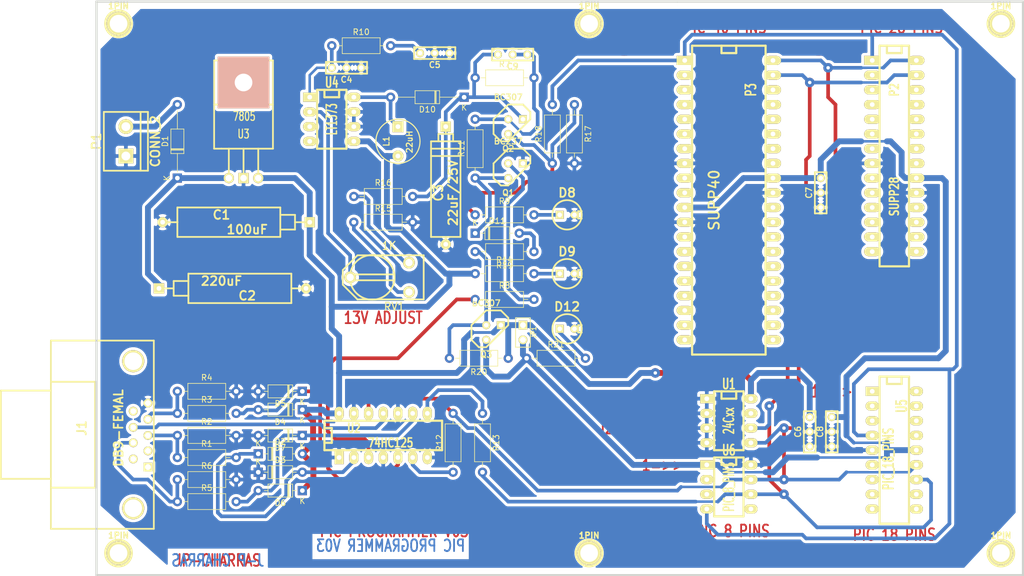
<source format=kicad_pcb>
(kicad_pcb (version 20171130) (host pcbnew "(5.0.0-rc2-221-gd3deaf5ff)")
  (title_block (title "SERIAL PIC PROGRAMMER"))
  (layers (0 top_copper signal) (31 bottom_copper signal) (34 B.Paste user) (35 F.Paste user) (36 B.SilkS user) (37 F.SilkS user) (38 B.Mask user) (39 F.Mask user) (44 Edge.Cuts user))
  (net 0 "")
  (net 1 /pic_programmer/CTS)
  (net 2 /pic_programmer/TXD)
  (net 3 GND)
  (net 4 VCC)
  (net 5 VPP)
  (net 6 VCC_PIC)
  (net 7 /pic_programmer/DTR)
  (net 8 /pic_programmer/PC-CLOCK-OUT)
  (net 9 VPP-MCLR)
  (net 10 CLOCK-RB6)
  (net 11 DATA-RB7)
  (net 12 "Net-(C2-Pad1)")
  (net 13 "Net-(C4-Pad1)")
  (net 14 "Net-(C5-Pad1)")
  (net 15 "Net-(C9-Pad2)")
  (net 16 "Net-(D2-Pad1)")
  (net 17 "Net-(D8-Pad1)")
  (net 18 "Net-(D9-Pad1)")
  (net 19 "Net-(D11-Pad2)")
  (net 20 "Net-(D11-Pad1)")
  (net 21 "Net-(D12-Pad1)")
  (net 22 "Net-(Q1-Pad2)")
  (net 23 "Net-(Q2-Pad3)")
  (net 24 "Net-(Q3-Pad2)")
  (net 25 "Net-(R8-Pad1)")
  (net 26 "Net-(R12-Pad1)")
  (net 27 "Net-(R13-Pad1)")
  (net 28 "Net-(R15-Pad1)")
  (net 29 "Net-(R16-Pad1)")
  (net 30 "Net-(RV1-Pad2)")
  (net 31 "Net-(D1-Pad2)")
  (net 32 "Net-(D4-Pad2)")
  (net 33 "Net-(D6-Pad2)")
  (net 34 "Net-(D10-Pad2)")
  (net 35 "Net-(J1-Pad1)")
  (net 36 "Net-(J1-Pad2)")
  (net 37 "Net-(J1-Pad6)")
  (net 38 "Net-(J1-Pad9)")
  (net 39 "Net-(P2-Pad2)")
  (net 40 "Net-(P2-Pad3)")
  (net 41 "Net-(P2-Pad4)")
  (net 42 "Net-(P2-Pad5)")
  (net 43 "Net-(P2-Pad6)")
  (net 44 "Net-(P2-Pad7)")
  (net 45 "Net-(P2-Pad9)")
  (net 46 "Net-(P2-Pad10)")
  (net 47 "Net-(P2-Pad11)")
  (net 48 "Net-(P2-Pad12)")
  (net 49 "Net-(P2-Pad13)")
  (net 50 "Net-(P2-Pad14)")
  (net 51 "Net-(P2-Pad15)")
  (net 52 "Net-(P2-Pad16)")
  (net 53 "Net-(P2-Pad17)")
  (net 54 "Net-(P2-Pad18)")
  (net 55 "Net-(P2-Pad21)")
  (net 56 "Net-(P2-Pad22)")
  (net 57 "Net-(P2-Pad23)")
  (net 58 "Net-(P2-Pad24)")
  (net 59 "Net-(P2-Pad25)")
  (net 60 "Net-(P2-Pad26)")
  (net 61 "Net-(P3-Pad2)")
  (net 62 "Net-(P3-Pad3)")
  (net 63 "Net-(P3-Pad4)")
  (net 64 "Net-(P3-Pad5)")
  (net 65 "Net-(P3-Pad6)")
  (net 66 "Net-(P3-Pad7)")
  (net 67 "Net-(P3-Pad9)")
  (net 68 "Net-(P3-Pad10)")
  (net 69 "Net-(P3-Pad13)")
  (net 70 "Net-(P3-Pad14)")
  (net 71 "Net-(P3-Pad15)")
  (net 72 "Net-(P3-Pad16)")
  (net 73 "Net-(P3-Pad17)")
  (net 74 "Net-(P3-Pad18)")
  (net 75 "Net-(P3-Pad19)")
  (net 76 "Net-(P3-Pad20)")
  (net 77 "Net-(P3-Pad21)")
  (net 78 "Net-(P3-Pad22)")
  (net 79 "Net-(P3-Pad23)")
  (net 80 "Net-(P3-Pad24)")
  (net 81 "Net-(P3-Pad25)")
  (net 82 "Net-(P3-Pad26)")
  (net 83 "Net-(P3-Pad27)")
  (net 84 "Net-(P3-Pad28)")
  (net 85 "Net-(P3-Pad29)")
  (net 86 "Net-(P3-Pad30)")
  (net 87 "Net-(P3-Pad33)")
  (net 88 "Net-(P3-Pad34)")
  (net 89 "Net-(P3-Pad35)")
  (net 90 "Net-(P3-Pad36)")
  (net 91 "Net-(P3-Pad37)")
  (net 92 "Net-(P3-Pad38)")
  (net 93 "Net-(U1-Pad7)")
  (net 94 "Net-(U4-Pad3)")
  (net 95 "Net-(U4-Pad4)")
  (net 96 "Net-(U5-Pad1)")
  (net 97 "Net-(U5-Pad2)")
  (net 98 "Net-(U5-Pad3)")
  (net 99 "Net-(U5-Pad6)")
  (net 100 "Net-(U5-Pad7)")
  (net 101 "Net-(U5-Pad8)")
  (net 102 "Net-(U5-Pad9)")
  (net 103 "Net-(U5-Pad10)")
  (net 104 "Net-(U5-Pad11)")
  (net 105 "Net-(U5-Pad15)")
  (net 106 "Net-(U5-Pad16)")
  (net 107 "Net-(U5-Pad17)")
  (net 108 "Net-(U5-Pad18)")
  (net 109 "Net-(U6-Pad2)")
  (net 110 "Net-(U6-Pad3)")
  (net 111 "Net-(U6-Pad5)")
  (module Diode_THT:D_DO-35_SOD27_P7.62mm_Horizontal (layer top_copper) (at 101.6 118.745)
    (fp_text reference D2 (at 3.81 -2.12) (layer F.SilkS))
    (fp_text value BAT43)
    (fp_text user K (at 0 -1.8) (layer F.SilkS))
    (pad 2 thru_hole oval (at 7.62 0) (size 1.6 1.6) (drill 0.8) (layers *.Cu *.Mask) (net 4 VCC))
    (pad 1 thru_hole rect (at 0 0) (size 1.6 1.6) (drill 0.8) (layers *.Cu *.Mask) (net 16 "Net-(D2-Pad1)"))
  )
  (module Diode_THT:D_DO-35_SOD27_P7.62mm_Horizontal (layer top_copper) (at 101.6 121.92)
    (fp_text reference D3 (at 3.81 -2.12) (layer F.SilkS))
    (fp_text value BAT43)
    (fp_text user K (at 0 -1.8) (layer F.SilkS))
    (pad 2 thru_hole oval (at 7.62 0) (size 1.6 1.6) (drill 0.8) (layers *.Cu *.Mask) (net 16 "Net-(D2-Pad1)"))
    (pad 1 thru_hole rect (at 0 0) (size 1.6 1.6) (drill 0.8) (layers *.Cu *.Mask) (net 3 GND))
  )
  (module Diode_THT:D_DO-35_SOD27_P7.62mm_Horizontal (layer top_copper) (at 109.22 111.125 180)
    (fp_text reference D4 (at 3.81 -2.12 180) (layer F.SilkS))
    (fp_text value BAT43)
    (fp_text user K (at 0 -1.8 180) (layer F.SilkS))
    (pad 2 thru_hole oval (at 7.62 0 180) (size 1.6 1.6) (drill 0.8) (layers *.Cu *.Mask) (net 32 "Net-(D4-Pad2)"))
    (pad 1 thru_hole rect (at 0 0 180) (size 1.6 1.6) (drill 0.8) (layers *.Cu *.Mask) (net 4 VCC))
  )
  (module Diode_THT:D_DO-35_SOD27_P7.62mm_Horizontal (layer top_copper) (at 109.22 107.95 180)
    (fp_text reference D5 (at 3.81 -2.12 180) (layer F.SilkS))
    (fp_text value BAT43)
    (fp_text user K (at 0 -1.8 180) (layer F.SilkS))
    (pad 2 thru_hole oval (at 7.62 0 180) (size 1.6 1.6) (drill 0.8) (layers *.Cu *.Mask) (net 3 GND))
    (pad 1 thru_hole rect (at 0 0 180) (size 1.6 1.6) (drill 0.8) (layers *.Cu *.Mask) (net 32 "Net-(D4-Pad2)"))
  )
  (module Diode_THT:D_DO-35_SOD27_P7.62mm_Horizontal (layer top_copper) (at 109.22 125.095 180)
    (fp_text reference D6 (at 3.81 -2.12 180) (layer F.SilkS))
    (fp_text value BAT43)
    (fp_text user K (at 0 -1.8 180) (layer F.SilkS))
    (pad 2 thru_hole oval (at 7.62 0 180) (size 1.6 1.6) (drill 0.8) (layers *.Cu *.Mask) (net 33 "Net-(D6-Pad2)"))
    (pad 1 thru_hole rect (at 0 0 180) (size 1.6 1.6) (drill 0.8) (layers *.Cu *.Mask) (net 4 VCC))
  )
  (module Diode_THT:D_DO-35_SOD27_P7.62mm_Horizontal (layer top_copper) (at 109.22 115.57 180)
    (fp_text reference D7 (at 3.81 -2.12 180) (layer F.SilkS))
    (fp_text value BAT43)
    (fp_text user K (at 0 -1.8 180) (layer F.SilkS))
    (pad 2 thru_hole oval (at 7.62 0 180) (size 1.6 1.6) (drill 0.8) (layers *.Cu *.Mask) (net 3 GND))
    (pad 1 thru_hole rect (at 0 0 180) (size 1.6 1.6) (drill 0.8) (layers *.Cu *.Mask) (net 33 "Net-(D6-Pad2)"))
  )
  (module Diode_THT:D_DO-35_SOD27_P7.62mm_Horizontal (layer top_copper) (at 139.065 80.645)
    (fp_text reference D11 (at 3.81 -2.12) (layer F.SilkS))
    (fp_text value BAT43)
    (fp_text user K (at 0 -1.8) (layer F.SilkS))
    (pad 2 thru_hole oval (at 7.62 0) (size 1.6 1.6) (drill 0.8) (layers *.Cu *.Mask) (net 19 "Net-(D11-Pad2)"))
    (pad 1 thru_hole rect (at 0 0) (size 1.6 1.6) (drill 0.8) (layers *.Cu *.Mask) (net 20 "Net-(D11-Pad1)"))
  )
  (module Diode_THT:D_DO-35_SOD27_P12.70mm_Horizontal (layer top_copper) (at 87.63 71.12 90)
    (fp_text reference D1 (at 6.35 -2.12 90) (layer F.SilkS))
    (fp_text value 1N4004)
    (fp_text user K (at 0 -1.8 90) (layer F.SilkS))
    (pad 2 thru_hole oval (at 12.7 0 90) (size 1.6 1.6) (drill 0.8) (layers *.Cu *.Mask) (net 31 "Net-(D1-Pad2)"))
    (pad 1 thru_hole rect (at 0 0 90) (size 1.6 1.6) (drill 0.8) (layers *.Cu *.Mask) (net 12 "Net-(C2-Pad1)"))
  )
  (module Diode_THT:D_DO-35_SOD27_P12.70mm_Horizontal (layer top_copper) (at 137.16 57.15 180)
    (fp_text reference D10 (at 6.35 -2.12 180) (layer F.SilkS))
    (fp_text value SCHOTTKY)
    (fp_text user K (at 0 -1.8 180) (layer F.SilkS))
    (pad 2 thru_hole oval (at 12.7 0 180) (size 1.6 1.6) (drill 0.8) (layers *.Cu *.Mask) (net 34 "Net-(D10-Pad2)"))
    (pad 1 thru_hole rect (at 0 0 180) (size 1.6 1.6) (drill 0.8) (layers *.Cu *.Mask) (net 5 VPP))
  )
  (module Resistor_THT:R_Axial_DIN0207_L6.3mm_D2.5mm_P10.16mm_Horizontal (layer top_copper) (at 87.63 119.38)
    (fp_text reference R1 (at 5.08 -2.37) (layer F.SilkS))
    (fp_text value 10K)
    (pad 2 thru_hole oval (at 10.16 0) (size 1.6 1.6) (drill 0.8) (layers *.Cu *.Mask) (net 16 "Net-(D2-Pad1)"))
    (pad 1 thru_hole circle (at 0 0) (size 1.6 1.6) (drill 0.8) (layers *.Cu *.Mask) (net 2 /pic_programmer/TXD))
  )
  (module Resistor_THT:R_Axial_DIN0207_L6.3mm_D2.5mm_P10.16mm_Horizontal (layer top_copper) (at 87.63 115.57)
    (fp_text reference R2 (at 5.08 -2.37) (layer F.SilkS))
    (fp_text value 10K)
    (pad 2 thru_hole oval (at 10.16 0) (size 1.6 1.6) (drill 0.8) (layers *.Cu *.Mask) (net 3 GND))
    (pad 1 thru_hole circle (at 0 0) (size 1.6 1.6) (drill 0.8) (layers *.Cu *.Mask) (net 2 /pic_programmer/TXD))
  )
  (module Resistor_THT:R_Axial_DIN0207_L6.3mm_D2.5mm_P10.16mm_Horizontal (layer top_copper) (at 87.63 111.76)
    (fp_text reference R3 (at 5.08 -2.37) (layer F.SilkS))
    (fp_text value 10K)
    (pad 2 thru_hole oval (at 10.16 0) (size 1.6 1.6) (drill 0.8) (layers *.Cu *.Mask) (net 32 "Net-(D4-Pad2)"))
    (pad 1 thru_hole circle (at 0 0) (size 1.6 1.6) (drill 0.8) (layers *.Cu *.Mask) (net 7 /pic_programmer/DTR))
  )
  (module Resistor_THT:R_Axial_DIN0207_L6.3mm_D2.5mm_P10.16mm_Horizontal (layer top_copper) (at 87.63 107.95)
    (fp_text reference R4 (at 5.08 -2.37) (layer F.SilkS))
    (fp_text value 10K)
    (pad 2 thru_hole oval (at 10.16 0) (size 1.6 1.6) (drill 0.8) (layers *.Cu *.Mask) (net 3 GND))
    (pad 1 thru_hole circle (at 0 0) (size 1.6 1.6) (drill 0.8) (layers *.Cu *.Mask) (net 7 /pic_programmer/DTR))
  )
  (module Resistor_THT:R_Axial_DIN0207_L6.3mm_D2.5mm_P10.16mm_Horizontal (layer top_copper) (at 87.63 127)
    (fp_text reference R5 (at 5.08 -2.37) (layer F.SilkS))
    (fp_text value 10K)
    (pad 2 thru_hole oval (at 10.16 0) (size 1.6 1.6) (drill 0.8) (layers *.Cu *.Mask) (net 33 "Net-(D6-Pad2)"))
    (pad 1 thru_hole circle (at 0 0) (size 1.6 1.6) (drill 0.8) (layers *.Cu *.Mask) (net 8 /pic_programmer/PC-CLOCK-OUT))
  )
  (module Resistor_THT:R_Axial_DIN0207_L6.3mm_D2.5mm_P10.16mm_Horizontal (layer top_copper) (at 87.63 123.19)
    (fp_text reference R6 (at 5.08 -2.37) (layer F.SilkS))
    (fp_text value 10K)
    (pad 2 thru_hole oval (at 10.16 0) (size 1.6 1.6) (drill 0.8) (layers *.Cu *.Mask) (net 3 GND))
    (pad 1 thru_hole circle (at 0 0) (size 1.6 1.6) (drill 0.8) (layers *.Cu *.Mask) (net 8 /pic_programmer/PC-CLOCK-OUT))
  )
  (module Resistor_THT:R_Axial_DIN0207_L6.3mm_D2.5mm_P10.16mm_Horizontal (layer top_copper) (at 139.065 53.7972)
    (fp_text reference R7 (at 5.08 -2.37) (layer F.SilkS))
    (fp_text value 10K)
    (pad 2 thru_hole oval (at 10.16 0) (size 1.6 1.6) (drill 0.8) (layers *.Cu *.Mask) (net 15 "Net-(C9-Pad2)"))
    (pad 1 thru_hole circle (at 0 0) (size 1.6 1.6) (drill 0.8) (layers *.Cu *.Mask) (net 5 VPP))
  )
  (module Resistor_THT:R_Axial_DIN0207_L6.3mm_D2.5mm_P10.16mm_Horizontal (layer top_copper) (at 139.065 92.075)
    (fp_text reference R8 (at 5.08 -2.37) (layer F.SilkS))
    (fp_text value 1K)
    (pad 2 thru_hole oval (at 10.16 0) (size 1.6 1.6) (drill 0.8) (layers *.Cu *.Mask) (net 22 "Net-(Q1-Pad2)"))
    (pad 1 thru_hole circle (at 0 0) (size 1.6 1.6) (drill 0.8) (layers *.Cu *.Mask) (net 25 "Net-(R8-Pad1)"))
  )
  (module Resistor_THT:R_Axial_DIN0207_L6.3mm_D2.5mm_P10.16mm_Horizontal (layer top_copper) (at 139.065 77.47)
    (fp_text reference R9 (at 5.08 -2.37) (layer F.SilkS))
    (fp_text value 2.2K)
    (pad 2 thru_hole oval (at 10.16 0) (size 1.6 1.6) (drill 0.8) (layers *.Cu *.Mask) (net 17 "Net-(D8-Pad1)"))
    (pad 1 thru_hole circle (at 0 0) (size 1.6 1.6) (drill 0.8) (layers *.Cu *.Mask) (net 23 "Net-(Q2-Pad3)"))
  )
  (module Resistor_THT:R_Axial_DIN0207_L6.3mm_D2.5mm_P10.16mm_Horizontal (layer top_copper) (at 114.3 48.26)
    (fp_text reference R10 (at 5.08 -2.37) (layer F.SilkS))
    (fp_text value 5.1K)
    (pad 2 thru_hole oval (at 10.16 0) (size 1.6 1.6) (drill 0.8) (layers *.Cu *.Mask) (net 14 "Net-(C5-Pad1)"))
    (pad 1 thru_hole circle (at 0 0) (size 1.6 1.6) (drill 0.8) (layers *.Cu *.Mask) (net 13 "Net-(C4-Pad1)"))
  )
  (module Resistor_THT:R_Axial_DIN0207_L6.3mm_D2.5mm_P10.16mm_Horizontal (layer top_copper) (at 139.065 71.12 90)
    (fp_text reference R11 (at 5.08 -2.37 90) (layer F.SilkS))
    (fp_text value 22K)
    (pad 2 thru_hole oval (at 10.16 0 90) (size 1.6 1.6) (drill 0.8) (layers *.Cu *.Mask) (net 15 "Net-(C9-Pad2)"))
    (pad 1 thru_hole circle (at 0 0 90) (size 1.6 1.6) (drill 0.8) (layers *.Cu *.Mask) (net 20 "Net-(D11-Pad1)"))
  )
  (module Resistor_THT:R_Axial_DIN0207_L6.3mm_D2.5mm_P10.16mm_Horizontal (layer top_copper) (at 135.255 121.92 90)
    (fp_text reference R12 (at 5.08 -2.37 90) (layer F.SilkS))
    (fp_text value 470)
    (pad 2 thru_hole oval (at 10.16 0 90) (size 1.6 1.6) (drill 0.8) (layers *.Cu *.Mask) (net 11 DATA-RB7))
    (pad 1 thru_hole circle (at 0 0 90) (size 1.6 1.6) (drill 0.8) (layers *.Cu *.Mask) (net 26 "Net-(R12-Pad1)"))
  )
  (module Resistor_THT:R_Axial_DIN0207_L6.3mm_D2.5mm_P10.16mm_Horizontal (layer top_copper) (at 140.335 111.76 270)
    (fp_text reference R13 (at 5.08 -2.37 270) (layer F.SilkS))
    (fp_text value 470)
    (pad 2 thru_hole oval (at 10.16 0 270) (size 1.6 1.6) (drill 0.8) (layers *.Cu *.Mask) (net 10 CLOCK-RB6))
    (pad 1 thru_hole circle (at 0 0 270) (size 1.6 1.6) (drill 0.8) (layers *.Cu *.Mask) (net 27 "Net-(R13-Pad1)"))
  )
  (module Resistor_THT:R_Axial_DIN0207_L6.3mm_D2.5mm_P10.16mm_Horizontal (layer top_copper) (at 139.065 87.63)
    (fp_text reference R14 (at 5.08 -2.37) (layer F.SilkS))
    (fp_text value 470)
    (pad 2 thru_hole oval (at 10.16 0) (size 1.6 1.6) (drill 0.8) (layers *.Cu *.Mask) (net 18 "Net-(D9-Pad1)"))
    (pad 1 thru_hole circle (at 0 0) (size 1.6 1.6) (drill 0.8) (layers *.Cu *.Mask) (net 4 VCC))
  )
  (module Resistor_THT:R_Axial_DIN0207_L6.3mm_D2.5mm_P10.16mm_Horizontal (layer top_copper) (at 118.11 78.74)
    (fp_text reference R15 (at 5.08 -2.37) (layer F.SilkS))
    (fp_text value 6.2K)
    (pad 2 thru_hole oval (at 10.16 0) (size 1.6 1.6) (drill 0.8) (layers *.Cu *.Mask) (net 3 GND))
    (pad 1 thru_hole circle (at 0 0) (size 1.6 1.6) (drill 0.8) (layers *.Cu *.Mask) (net 28 "Net-(R15-Pad1)"))
  )
  (module Resistor_THT:R_Axial_DIN0207_L6.3mm_D2.5mm_P10.16mm_Horizontal (layer top_copper) (at 118.11 74.295)
    (fp_text reference R16 (at 5.08 -2.37) (layer F.SilkS))
    (fp_text value 62K)
    (pad 2 thru_hole oval (at 10.16 0) (size 1.6 1.6) (drill 0.8) (layers *.Cu *.Mask) (net 5 VPP))
    (pad 1 thru_hole circle (at 0 0) (size 1.6 1.6) (drill 0.8) (layers *.Cu *.Mask) (net 29 "Net-(R16-Pad1)"))
  )
  (module Resistor_THT:R_Axial_DIN0207_L6.3mm_D2.5mm_P10.16mm_Horizontal (layer top_copper) (at 156.21 58.42 270)
    (fp_text reference R17 (at 5.08 -2.37 270) (layer F.SilkS))
    (fp_text value 22K)
    (pad 2 thru_hole oval (at 10.16 0 270) (size 1.6 1.6) (drill 0.8) (layers *.Cu *.Mask) (net 3 GND))
    (pad 1 thru_hole circle (at 0 0 270) (size 1.6 1.6) (drill 0.8) (layers *.Cu *.Mask) (net 23 "Net-(Q2-Pad3)"))
  )
  (module Resistor_THT:R_Axial_DIN0207_L6.3mm_D2.5mm_P10.16mm_Horizontal (layer top_copper) (at 152.4 68.58 90)
    (fp_text reference R18 (at 5.08 -2.37 90) (layer F.SilkS))
    (fp_text value 220)
    (pad 2 thru_hole oval (at 10.16 0 90) (size 1.6 1.6) (drill 0.8) (layers *.Cu *.Mask) (net 9 VPP-MCLR))
    (pad 1 thru_hole circle (at 0 0 90) (size 1.6 1.6) (drill 0.8) (layers *.Cu *.Mask) (net 23 "Net-(Q2-Pad3)"))
  )
  (module Resistor_THT:R_Axial_DIN0207_L6.3mm_D2.5mm_P10.16mm_Horizontal (layer top_copper) (at 149.225 83.82 180)
    (fp_text reference R19 (at 5.08 -2.37 180) (layer F.SilkS))
    (fp_text value 2.2K)
    (pad 2 thru_hole oval (at 10.16 0 180) (size 1.6 1.6) (drill 0.8) (layers *.Cu *.Mask) (net 24 "Net-(Q3-Pad2)"))
    (pad 1 thru_hole circle (at 0 0 180) (size 1.6 1.6) (drill 0.8) (layers *.Cu *.Mask) (net 19 "Net-(D11-Pad2)"))
  )
  (module Resistor_THT:R_Axial_DIN0207_L6.3mm_D2.5mm_P10.16mm_Horizontal (layer top_copper) (at 144.78 102.235 180)
    (fp_text reference R20 (at 5.08 -2.37 180) (layer F.SilkS))
    (fp_text value 2.2K)
    (pad 2 thru_hole oval (at 10.16 0 180) (size 1.6 1.6) (drill 0.8) (layers *.Cu *.Mask) (net 24 "Net-(Q3-Pad2)"))
    (pad 1 thru_hole circle (at 0 0 180) (size 1.6 1.6) (drill 0.8) (layers *.Cu *.Mask) (net 4 VCC))
  )
  (module Resistor_THT:R_Axial_DIN0207_L6.3mm_D2.5mm_P10.16mm_Horizontal (layer top_copper) (at 147.955 102.235)
    (fp_text reference R21 (at 5.08 -2.37) (layer F.SilkS))
    (fp_text value 470)
    (pad 2 thru_hole oval (at 10.16 0) (size 1.6 1.6) (drill 0.8) (layers *.Cu *.Mask) (net 21 "Net-(D12-Pad1)"))
    (pad 1 thru_hole circle (at 0 0) (size 1.6 1.6) (drill 0.8) (layers *.Cu *.Mask) (net 6 VCC_PIC))
  )
  (module 28DIP-ELL300 (layer top_copper) (at 211.455 67.31 270)
    (fp_text reference P2 (at -11.43 0 270) (layer F.SilkS) (effects (font (size 1.524 1.143) (thickness 0.3048))))
    (fp_text value SUPP28 (at 6.985 0 270) (layer F.SilkS) (effects (font (size 1.524 1.143) (thickness 0.3048))))
    (pad 2 thru_hole oval (at -13.97 3.81 270) (size 1.5748 2.794) (drill 0.812799) (layers *.Cu *.Mask F.SilkS) (net 39 "Net-(P2-Pad2)"))
    (pad 3 thru_hole oval (at -11.43 3.81 270) (size 1.5748 2.794) (drill 0.812799) (layers *.Cu *.Mask F.SilkS) (net 40 "Net-(P2-Pad3)"))
    (pad 4 thru_hole oval (at -8.89 3.81 270) (size 1.5748 2.794) (drill 0.812799) (layers *.Cu *.Mask F.SilkS) (net 41 "Net-(P2-Pad4)"))
    (pad 5 thru_hole oval (at -6.35 3.81 270) (size 1.5748 2.794) (drill 0.812799) (layers *.Cu *.Mask F.SilkS) (net 42 "Net-(P2-Pad5)"))
    (pad 6 thru_hole oval (at -3.81 3.81 270) (size 1.5748 2.794) (drill 0.812799) (layers *.Cu *.Mask F.SilkS) (net 43 "Net-(P2-Pad6)"))
    (pad 7 thru_hole oval (at -1.27 3.81 270) (size 1.5748 2.794) (drill 0.812799) (layers *.Cu *.Mask F.SilkS) (net 44 "Net-(P2-Pad7)"))
    (pad 8 thru_hole oval (at 1.27 3.81 270) (size 1.5748 2.794) (drill 0.812799) (layers *.Cu *.Mask F.SilkS) (net 3 GND))
    (pad 9 thru_hole oval (at 3.81 3.81 270) (size 1.5748 2.794) (drill 0.812799) (layers *.Cu *.Mask F.SilkS) (net 45 "Net-(P2-Pad9)"))
    (pad 10 thru_hole oval (at 6.35 3.81 270) (size 1.5748 2.794) (drill 0.812799) (layers *.Cu *.Mask F.SilkS) (net 46 "Net-(P2-Pad10)"))
    (pad 11 thru_hole oval (at 8.89 3.81 270) (size 1.5748 2.794) (drill 0.812799) (layers *.Cu *.Mask F.SilkS) (net 47 "Net-(P2-Pad11)"))
    (pad 12 thru_hole oval (at 11.43 3.81 270) (size 1.5748 2.794) (drill 0.812799) (layers *.Cu *.Mask F.SilkS) (net 48 "Net-(P2-Pad12)"))
    (pad 13 thru_hole oval (at 13.97 3.81 270) (size 1.5748 2.794) (drill 0.812799) (layers *.Cu *.Mask F.SilkS) (net 49 "Net-(P2-Pad13)"))
    (pad 14 thru_hole oval (at 16.51 3.81 270) (size 1.5748 2.794) (drill 0.812799) (layers *.Cu *.Mask F.SilkS) (net 50 "Net-(P2-Pad14)"))
    (pad 1 thru_hole rect (at -16.51 3.81 270) (size 1.5748 2.794) (drill 0.812799) (layers *.Cu *.Mask F.SilkS) (net 9 VPP-MCLR))
    (pad 15 thru_hole oval (at 16.51 -3.81 270) (size 1.5748 2.794) (drill 0.812799) (layers *.Cu *.Mask F.SilkS) (net 51 "Net-(P2-Pad15)"))
    (pad 16 thru_hole oval (at 13.97 -3.81 270) (size 1.5748 2.794) (drill 0.812799) (layers *.Cu *.Mask F.SilkS) (net 52 "Net-(P2-Pad16)"))
    (pad 17 thru_hole oval (at 11.43 -3.81 270) (size 1.5748 2.794) (drill 0.812799) (layers *.Cu *.Mask F.SilkS) (net 53 "Net-(P2-Pad17)"))
    (pad 18 thru_hole oval (at 8.89 -3.81 270) (size 1.5748 2.794) (drill 0.812799) (layers *.Cu *.Mask F.SilkS) (net 54 "Net-(P2-Pad18)"))
    (pad 19 thru_hole oval (at 6.35 -3.81 270) (size 1.5748 2.794) (drill 0.812799) (layers *.Cu *.Mask F.SilkS) (net 3 GND))
    (pad 20 thru_hole oval (at 3.81 -3.81 270) (size 1.5748 2.794) (drill 0.812799) (layers *.Cu *.Mask F.SilkS) (net 6 VCC_PIC))
    (pad 21 thru_hole oval (at 1.27 -3.81 270) (size 1.5748 2.794) (drill 0.812799) (layers *.Cu *.Mask F.SilkS) (net 55 "Net-(P2-Pad21)"))
    (pad 22 thru_hole oval (at -1.27 -3.81 270) (size 1.5748 2.794) (drill 0.812799) (layers *.Cu *.Mask F.SilkS) (net 56 "Net-(P2-Pad22)"))
    (pad 23 thru_hole oval (at -3.81 -3.81 270) (size 1.5748 2.794) (drill 0.812799) (layers *.Cu *.Mask F.SilkS) (net 57 "Net-(P2-Pad23)"))
    (pad 24 thru_hole oval (at -6.35 -3.81 270) (size 1.5748 2.794) (drill 0.812799) (layers *.Cu *.Mask F.SilkS) (net 58 "Net-(P2-Pad24)"))
    (pad 25 thru_hole oval (at -8.89 -3.81 270) (size 1.5748 2.794) (drill 0.812799) (layers *.Cu *.Mask F.SilkS) (net 59 "Net-(P2-Pad25)"))
    (pad 26 thru_hole oval (at -11.43 -3.81 270) (size 1.5748 2.794) (drill 0.812799) (layers *.Cu *.Mask F.SilkS) (net 60 "Net-(P2-Pad26)"))
    (pad 27 thru_hole oval (at -13.97 -3.81 270) (size 1.5748 2.794) (drill 0.812799) (layers *.Cu *.Mask F.SilkS) (net 10 CLOCK-RB6))
    (pad 28 thru_hole oval (at -16.51 -3.81 270) (size 1.5748 2.794) (drill 0.812799) (layers *.Cu *.Mask F.SilkS) (net 11 DATA-RB7))
  )
  (module 40DIP-ELL600 (layer top_copper) (at 182.88 74.93 270)
    (fp_text reference P3 (at -19.05 -3.81 270) (layer F.SilkS) (effects (font (size 1.778 1.143) (thickness 0.3048))))
    (fp_text value SUPP40 (at 0 2.54 270) (layer F.SilkS) (effects (font (size 1.778 1.778) (thickness 0.3048))))
    (pad 1 thru_hole rect (at -24.13 7.62 270) (size 1.5748 2.794) (drill 0.812799) (layers *.Cu *.Mask F.SilkS) (net 9 VPP-MCLR))
    (pad 2 thru_hole oval (at -21.59 7.62 270) (size 1.5748 2.794) (drill 0.812799) (layers *.Cu *.Mask F.SilkS) (net 61 "Net-(P3-Pad2)"))
    (pad 3 thru_hole oval (at -19.05 7.62 270) (size 1.5748 2.794) (drill 0.812799) (layers *.Cu *.Mask F.SilkS) (net 62 "Net-(P3-Pad3)"))
    (pad 4 thru_hole oval (at -16.51 7.62 270) (size 1.5748 2.794) (drill 0.812799) (layers *.Cu *.Mask F.SilkS) (net 63 "Net-(P3-Pad4)"))
    (pad 5 thru_hole oval (at -13.97 7.62 270) (size 1.5748 2.794) (drill 0.812799) (layers *.Cu *.Mask F.SilkS) (net 64 "Net-(P3-Pad5)"))
    (pad 6 thru_hole oval (at -11.43 7.62 270) (size 1.5748 2.794) (drill 0.812799) (layers *.Cu *.Mask F.SilkS) (net 65 "Net-(P3-Pad6)"))
    (pad 7 thru_hole oval (at -8.89 7.62 270) (size 1.5748 2.794) (drill 0.812799) (layers *.Cu *.Mask F.SilkS) (net 66 "Net-(P3-Pad7)"))
    (pad 8 thru_hole oval (at -6.35 7.62 270) (size 1.5748 2.794) (drill 0.812799) (layers *.Cu *.Mask F.SilkS) (net 3 GND))
    (pad 9 thru_hole oval (at -3.81 7.62 270) (size 1.5748 2.794) (drill 0.812799) (layers *.Cu *.Mask F.SilkS) (net 67 "Net-(P3-Pad9)"))
    (pad 10 thru_hole oval (at -1.27 7.62 270) (size 1.5748 2.794) (drill 0.812799) (layers *.Cu *.Mask F.SilkS) (net 68 "Net-(P3-Pad10)"))
    (pad 11 thru_hole oval (at 1.27 7.62 270) (size 1.5748 2.794) (drill 0.812799) (layers *.Cu *.Mask F.SilkS) (net 6 VCC_PIC))
    (pad 12 thru_hole oval (at 3.81 7.62 270) (size 1.5748 2.794) (drill 0.812799) (layers *.Cu *.Mask F.SilkS) (net 3 GND))
    (pad 13 thru_hole oval (at 6.35 7.62 270) (size 1.5748 2.794) (drill 0.812799) (layers *.Cu *.Mask F.SilkS) (net 69 "Net-(P3-Pad13)"))
    (pad 14 thru_hole oval (at 8.89 7.62 270) (size 1.5748 2.794) (drill 0.812799) (layers *.Cu *.Mask F.SilkS) (net 70 "Net-(P3-Pad14)"))
    (pad 15 thru_hole oval (at 11.43 7.62 270) (size 1.5748 2.794) (drill 0.812799) (layers *.Cu *.Mask F.SilkS) (net 71 "Net-(P3-Pad15)"))
    (pad 16 thru_hole oval (at 13.97 7.62 270) (size 1.5748 2.794) (drill 0.812799) (layers *.Cu *.Mask F.SilkS) (net 72 "Net-(P3-Pad16)"))
    (pad 17 thru_hole oval (at 16.51 7.62 270) (size 1.5748 2.794) (drill 0.812799) (layers *.Cu *.Mask F.SilkS) (net 73 "Net-(P3-Pad17)"))
    (pad 18 thru_hole oval (at 19.05 7.62 270) (size 1.5748 2.794) (drill 0.812799) (layers *.Cu *.Mask F.SilkS) (net 74 "Net-(P3-Pad18)"))
    (pad 19 thru_hole oval (at 21.59 7.62 270) (size 1.5748 2.794) (drill 0.812799) (layers *.Cu *.Mask F.SilkS) (net 75 "Net-(P3-Pad19)"))
    (pad 20 thru_hole oval (at 24.13 7.62 270) (size 1.5748 2.794) (drill 0.812799) (layers *.Cu *.Mask F.SilkS) (net 76 "Net-(P3-Pad20)"))
    (pad 21 thru_hole oval (at 24.13 -7.62 270) (size 1.5748 2.794) (drill 0.812799) (layers *.Cu *.Mask F.SilkS) (net 77 "Net-(P3-Pad21)"))
    (pad 22 thru_hole oval (at 21.59 -7.62 270) (size 1.5748 2.794) (drill 0.812799) (layers *.Cu *.Mask F.SilkS) (net 78 "Net-(P3-Pad22)"))
    (pad 23 thru_hole oval (at 19.05 -7.62 270) (size 1.5748 2.794) (drill 0.812799) (layers *.Cu *.Mask F.SilkS) (net 79 "Net-(P3-Pad23)"))
    (pad 24 thru_hole oval (at 16.51 -7.62 270) (size 1.5748 2.794) (drill 0.812799) (layers *.Cu *.Mask F.SilkS) (net 80 "Net-(P3-Pad24)"))
    (pad 25 thru_hole oval (at 13.97 -7.62 270) (size 1.5748 2.794) (drill 0.812799) (layers *.Cu *.Mask F.SilkS) (net 81 "Net-(P3-Pad25)"))
    (pad 26 thru_hole oval (at 11.43 -7.62 270) (size 1.5748 2.794) (drill 0.812799) (layers *.Cu *.Mask F.SilkS) (net 82 "Net-(P3-Pad26)"))
    (pad 27 thru_hole oval (at 8.89 -7.62 270) (size 1.5748 2.794) (drill 0.812799) (layers *.Cu *.Mask F.SilkS) (net 83 "Net-(P3-Pad27)"))
    (pad 28 thru_hole oval (at 6.35 -7.62 270) (size 1.5748 2.794) (drill 0.812799) (layers *.Cu *.Mask F.SilkS) (net 84 "Net-(P3-Pad28)"))
    (pad 29 thru_hole oval (at 3.81 -7.62 270) (size 1.5748 2.794) (drill 0.812799) (layers *.Cu *.Mask F.SilkS) (net 85 "Net-(P3-Pad29)"))
    (pad 30 thru_hole oval (at 1.27 -7.62 270) (size 1.5748 2.794) (drill 0.812799) (layers *.Cu *.Mask F.SilkS) (net 86 "Net-(P3-Pad30)"))
    (pad 31 thru_hole oval (at -1.27 -7.62 270) (size 1.5748 2.794) (drill 0.812799) (layers *.Cu *.Mask F.SilkS) (net 3 GND))
    (pad 32 thru_hole oval (at -3.81 -7.62 270) (size 1.5748 2.794) (drill 0.812799) (layers *.Cu *.Mask F.SilkS) (net 6 VCC_PIC))
    (pad 33 thru_hole oval (at -6.35 -7.62 270) (size 1.5748 2.794) (drill 0.812799) (layers *.Cu *.Mask F.SilkS) (net 87 "Net-(P3-Pad33)"))
    (pad 34 thru_hole oval (at -8.89 -7.62 270) (size 1.5748 2.794) (drill 0.812799) (layers *.Cu *.Mask F.SilkS) (net 88 "Net-(P3-Pad34)"))
    (pad 35 thru_hole oval (at -11.43 -7.62 270) (size 1.5748 2.794) (drill 0.812799) (layers *.Cu *.Mask F.SilkS) (net 89 "Net-(P3-Pad35)"))
    (pad 36 thru_hole oval (at -13.97 -7.62 270) (size 1.5748 2.794) (drill 0.812799) (layers *.Cu *.Mask F.SilkS) (net 90 "Net-(P3-Pad36)"))
    (pad 37 thru_hole oval (at -16.51 -7.62 270) (size 1.5748 2.794) (drill 0.812799) (layers *.Cu *.Mask F.SilkS) (net 91 "Net-(P3-Pad37)"))
    (pad 38 thru_hole oval (at -19.05 -7.62 270) (size 1.5748 2.794) (drill 0.812799) (layers *.Cu *.Mask F.SilkS) (net 92 "Net-(P3-Pad38)"))
    (pad 39 thru_hole oval (at -21.59 -7.62 270) (size 1.5748 2.794) (drill 0.812799) (layers *.Cu *.Mask F.SilkS) (net 10 CLOCK-RB6))
    (pad 40 thru_hole oval (at -24.13 -7.62 270) (size 1.5748 2.794) (drill 0.812799) (layers *.Cu *.Mask F.SilkS) (net 11 DATA-RB7))
  )
  (module 1pin (layer top_copper) (at 158.75 44.45)
    (fp_text reference 1PIN (at 0 -3.048) (layer F.SilkS) (effects (font (size 1.016 1.016) (thickness 0.254))))
    (fp_text value P*** hide)
    (pad 1 thru_hole circle (at 0 0) (size 4.064 4.064) (drill 3.048) (layers *.Cu *.Mask F.SilkS))
  )
  (module 1pin (layer top_copper) (at 158.75 135.89)
    (fp_text reference 1PIN (at 0 -3.048) (layer F.SilkS) (effects (font (size 1.016 1.016) (thickness 0.254))))
    (fp_text value P*** hide)
    (pad 1 thru_hole circle (at 0 0) (size 4.064 4.064) (drill 3.048) (layers *.Cu *.Mask F.SilkS))
  )
  (module 1pin (layer top_copper) (at 77.47 135.89)
    (fp_text reference 1PIN (at 0 -3.048) (layer F.SilkS) (effects (font (size 1.016 1.016) (thickness 0.254))))
    (fp_text value P*** hide)
    (pad 1 thru_hole circle (at 0 0) (size 4.064 4.064) (drill 3.048) (layers *.Cu *.Mask F.SilkS))
  )
  (module 1pin (layer top_copper) (at 77.47 44.45)
    (fp_text reference 1PIN (at 0 -3.048) (layer F.SilkS) (effects (font (size 1.016 1.016) (thickness 0.254))))
    (fp_text value P*** hide)
    (pad 1 thru_hole circle (at 0 0) (size 4.064 4.064) (drill 3.048) (layers *.Cu *.Mask F.SilkS))
  )
  (module 1pin (layer top_copper) (at 229.87 135.89)
    (fp_text reference 1PIN (at 0 -3.048) (layer F.SilkS) (effects (font (size 1.016 1.016) (thickness 0.254))))
    (fp_text value P*** hide)
    (pad 1 thru_hole circle (at 0 0) (size 4.064 4.064) (drill 3.048) (layers *.Cu *.Mask F.SilkS))
  )
  (module 1pin (layer top_copper) (at 229.87 44.45)
    (fp_text reference 1PIN (at 0 -3.048) (layer F.SilkS) (effects (font (size 1.016 1.016) (thickness 0.254))))
    (fp_text value P*** hide)
    (pad 1 thru_hole circle (at 0 0) (size 4.064 4.064) (drill 3.048) (layers *.Cu *.Mask F.SilkS))
  )
  (module discret:CP10 (layer top_copper) (at 97.79 78.74 180)
    (fp_text reference C1 (at 2.54 1.27 180) (layer F.SilkS) (effects (font (size 1.524 1.524) (thickness 0.3048))))
    (fp_text value 100uF (at -1.905 -1.27 180) (layer F.SilkS) (effects (font (size 1.524 1.524) (thickness 0.3048))))
    (pad 2 thru_hole circle (at 12.7 0 180) (size 1.778 1.778) (drill 0.8128) (layers *.Cu *.Mask F.SilkS) (net 3 GND))
    (pad 1 thru_hole rect (at -12.7 0 180) (size 1.778 1.778) (drill 0.8128) (layers *.Cu *.Mask F.SilkS) (net 4 VCC))
  )
  (module discret:CP10 (layer top_copper) (at 97.155 90.17)
    (fp_text reference C2 (at 2.54 1.27) (layer F.SilkS) (effects (font (size 1.524 1.524) (thickness 0.3048))))
    (fp_text value 220uF (at -1.905 -1.27) (layer F.SilkS) (effects (font (size 1.524 1.524) (thickness 0.3048))))
    (pad 2 thru_hole circle (at 12.7 0) (size 1.778 1.778) (drill 0.8128) (layers *.Cu *.Mask F.SilkS) (net 3 GND))
    (pad 1 thru_hole rect (at -12.7 0) (size 1.778 1.778) (drill 0.8128) (layers *.Cu *.Mask F.SilkS) (net 12 "Net-(C2-Pad1)"))
  )
  (module discret:CP8 (layer top_copper) (at 133.985 72.39 270)
    (fp_text reference C3 (at 1.27 1.27 270) (layer F.SilkS) (effects (font (size 1.524 1.524) (thickness 0.3048))))
    (fp_text value 22uF/25V (at 1.27 -1.27 270) (layer F.SilkS) (effects (font (size 1.524 1.524) (thickness 0.3048))))
    (pad 1 thru_hole rect (at -10.16 0 270) (size 1.778 1.778) (drill 0.8128) (layers *.Cu *.Mask F.SilkS) (net 5 VPP))
    (pad 2 thru_hole circle (at 10.16 0 270) (size 1.778 1.778) (drill 0.8128) (layers *.Cu *.Mask F.SilkS) (net 3 GND))
  )
  (module discret:C1-1 (layer top_copper) (at 116.84 52.07)
    (fp_text reference C4 (at 0 2.032) (layer F.SilkS) (effects (font (size 1.016 1.016) (thickness 0.2032))))
    (fp_text value 0 hide)
    (pad 1 thru_hole circle (at -2.54 0) (size 1.397 1.397) (drill 0.8128) (layers *.Cu *.Mask F.SilkS) (net 13 "Net-(C4-Pad1)"))
    (pad 2 thru_hole circle (at 2.54 0) (size 1.397 1.397) (drill 0.8128) (layers *.Cu *.Mask F.SilkS) (net 3 GND))
    (pad 2 thru_hole circle (at 0 0) (size 1.397 1.397) (drill 0.8128) (layers *.Cu *.Mask F.SilkS) (net 3 GND))
  )
  (module discret:C1-1 (layer top_copper) (at 132.08 49.53)
    (fp_text reference C5 (at 0 2.032) (layer F.SilkS) (effects (font (size 1.016 1.016) (thickness 0.2032))))
    (fp_text value 10nF hide)
    (pad 1 thru_hole circle (at -2.54 0) (size 1.397 1.397) (drill 0.8128) (layers *.Cu *.Mask F.SilkS) (net 14 "Net-(C5-Pad1)"))
    (pad 2 thru_hole circle (at 2.54 0) (size 1.397 1.397) (drill 0.8128) (layers *.Cu *.Mask F.SilkS) (net 3 GND))
    (pad 2 thru_hole circle (at 0 0) (size 1.397 1.397) (drill 0.8128) (layers *.Cu *.Mask F.SilkS) (net 3 GND))
  )
  (module discret:C1-1 (layer top_copper) (at 196.85 114.935 270)
    (fp_text reference C6 (at 0 2.032 270) (layer F.SilkS) (effects (font (size 1.016 1.016) (thickness 0.2032))))
    (fp_text value 100nF hide)
    (pad 1 thru_hole circle (at -2.54 0 270) (size 1.397 1.397) (drill 0.8128) (layers *.Cu *.Mask F.SilkS) (net 4 VCC))
    (pad 2 thru_hole circle (at 2.54 0 270) (size 1.397 1.397) (drill 0.8128) (layers *.Cu *.Mask F.SilkS) (net 3 GND))
    (pad 2 thru_hole circle (at 0 0 270) (size 1.397 1.397) (drill 0.8128) (layers *.Cu *.Mask F.SilkS) (net 3 GND))
  )
  (module discret:C1-1 (layer top_copper) (at 198.755 73.66 270)
    (fp_text reference C7 (at 0 2.032 270) (layer F.SilkS) (effects (font (size 1.016 1.016) (thickness 0.2032))))
    (fp_text value 100nF hide)
    (pad 1 thru_hole circle (at -2.54 0 270) (size 1.397 1.397) (drill 0.8128) (layers *.Cu *.Mask F.SilkS) (net 6 VCC_PIC))
    (pad 2 thru_hole circle (at 2.54 0 270) (size 1.397 1.397) (drill 0.8128) (layers *.Cu *.Mask F.SilkS) (net 3 GND))
    (pad 2 thru_hole circle (at 0 0 270) (size 1.397 1.397) (drill 0.8128) (layers *.Cu *.Mask F.SilkS) (net 3 GND))
  )
  (module discret:C1-1 (layer top_copper) (at 200.66 114.935 270)
    (fp_text reference C8 (at 0 2.032 270) (layer F.SilkS) (effects (font (size 1.016 1.016) (thickness 0.2032))))
    (fp_text value 100nF hide)
    (pad 1 thru_hole circle (at -2.54 0 270) (size 1.397 1.397) (drill 0.8128) (layers *.Cu *.Mask F.SilkS) (net 6 VCC_PIC))
    (pad 2 thru_hole circle (at 2.54 0 270) (size 1.397 1.397) (drill 0.8128) (layers *.Cu *.Mask F.SilkS) (net 3 GND))
    (pad 2 thru_hole circle (at 0 0 270) (size 1.397 1.397) (drill 0.8128) (layers *.Cu *.Mask F.SilkS) (net 3 GND))
  )
  (module discret:C1-1 (layer top_copper) (at 145.542 49.784)
    (fp_text reference C9 (at 0 2.032) (layer F.SilkS) (effects (font (size 1.016 1.016) (thickness 0.2032))))
    (fp_text value 22OnF hide)
    (pad 1 thru_hole circle (at -2.54 0) (size 1.397 1.397) (drill 0.8128) (layers *.Cu *.Mask F.SilkS) (net 5 VPP))
    (pad 2 thru_hole circle (at 2.54 0) (size 1.397 1.397) (drill 0.8128) (layers *.Cu *.Mask F.SilkS) (net 15 "Net-(C9-Pad2)"))
    (pad 2 thru_hole circle (at 0 0) (size 1.397 1.397) (drill 0.8128) (layers *.Cu *.Mask F.SilkS) (net 15 "Net-(C9-Pad2)"))
  )
  (module discret:LEDV (layer top_copper) (at 154.94 77.47)
    (fp_text reference D8 (at 0 -3.81) (layer F.SilkS) (effects (font (size 1.524 1.524) (thickness 0.3048))))
    (fp_text value RED-LED hide)
    (pad 1 thru_hole rect (at -1.27 0) (size 1.397 1.397) (drill 0.8128) (layers *.Cu *.Mask F.SilkS) (net 17 "Net-(D8-Pad1)"))
    (pad 2 thru_hole circle (at 1.27 0) (size 1.397 1.397) (drill 0.8128) (layers *.Cu *.Mask F.SilkS) (net 3 GND))
  )
  (module discret:LEDV (layer top_copper) (at 154.94 87.63)
    (fp_text reference D9 (at 0 -3.81) (layer F.SilkS) (effects (font (size 1.524 1.524) (thickness 0.3048))))
    (fp_text value GREEN-LED hide)
    (pad 1 thru_hole rect (at -1.27 0) (size 1.397 1.397) (drill 0.8128) (layers *.Cu *.Mask F.SilkS) (net 18 "Net-(D9-Pad1)"))
    (pad 2 thru_hole circle (at 1.27 0) (size 1.397 1.397) (drill 0.8128) (layers *.Cu *.Mask F.SilkS) (net 3 GND))
  )
  (module discret:LEDV (layer top_copper) (at 154.94 97.155)
    (fp_text reference D12 (at 0 -3.81) (layer F.SilkS) (effects (font (size 1.524 1.524) (thickness 0.3048))))
    (fp_text value YELLOW-LED hide)
    (pad 1 thru_hole rect (at -1.27 0) (size 1.397 1.397) (drill 0.8128) (layers *.Cu *.Mask F.SilkS) (net 21 "Net-(D12-Pad1)"))
    (pad 2 thru_hole circle (at 1.27 0) (size 1.397 1.397) (drill 0.8128) (layers *.Cu *.Mask F.SilkS) (net 3 GND))
  )
  (module connect:DB9FC (layer top_copper) (at 81.28 115.57 90)
    (fp_text reference J1 (at 1.27 -10.16 90) (layer F.SilkS) (effects (font (size 1.524 1.524) (thickness 0.3048))))
    (fp_text value DB9-FEMAL (at 1.27 -3.81 90) (layer F.SilkS) (effects (font (size 1.524 1.524) (thickness 0.3048))))
    (pad "" thru_hole circle (at 12.827 -1.27 90) (size 3.81 3.81) (drill 3.048) (layers *.Cu *.Mask F.SilkS))
    (pad "" thru_hole circle (at -12.573 -1.27 90) (size 3.81 3.81) (drill 3.048) (layers *.Cu *.Mask F.SilkS))
    (pad 1 thru_hole rect (at -5.461 1.27 90) (size 1.524 1.524) (drill 1.016) (layers *.Cu *.Mask F.SilkS) (net 35 "Net-(J1-Pad1)"))
    (pad 2 thru_hole circle (at -2.667 1.27 90) (size 1.524 1.524) (drill 1.016) (layers *.Cu *.Mask F.SilkS) (net 36 "Net-(J1-Pad2)"))
    (pad 3 thru_hole circle (at 0 1.27 90) (size 1.524 1.524) (drill 1.016) (layers *.Cu *.Mask F.SilkS) (net 2 /pic_programmer/TXD))
    (pad 4 thru_hole circle (at 2.794 1.27 90) (size 1.524 1.524) (drill 1.016) (layers *.Cu *.Mask F.SilkS) (net 7 /pic_programmer/DTR))
    (pad 5 thru_hole circle (at 5.588 1.27 90) (size 1.524 1.524) (drill 1.016) (layers *.Cu *.Mask F.SilkS) (net 3 GND))
    (pad 6 thru_hole circle (at -4.064 -1.27 90) (size 1.524 1.524) (drill 1.016) (layers *.Cu *.Mask F.SilkS) (net 37 "Net-(J1-Pad6)"))
    (pad 7 thru_hole circle (at -1.27 -1.27 90) (size 1.524 1.524) (drill 1.016) (layers *.Cu *.Mask F.SilkS) (net 8 /pic_programmer/PC-CLOCK-OUT))
    (pad 8 thru_hole circle (at 1.397 -1.27 90) (size 1.524 1.524) (drill 1.016) (layers *.Cu *.Mask F.SilkS) (net 1 /pic_programmer/CTS))
    (pad 9 thru_hole circle (at 4.191 -1.27 90) (size 1.524 1.524) (drill 1.016) (layers *.Cu *.Mask F.SilkS) (net 38 "Net-(J1-Pad9)"))
  )
  (module pin_array:PIN_ARRAY_2X1 (layer top_copper) (at 147.32 97.79 270)
    (fp_text reference JP1 (at 0 -1.905 270) (layer F.SilkS) (effects (font (size 0.762 0.762) (thickness 0.1524))))
    (fp_text value JUMPER hide)
    (pad 1 thru_hole rect (at -1.27 0 270) (size 1.524 1.524) (drill 1.016) (layers *.Cu *.Mask F.SilkS) (net 4 VCC))
    (pad 2 thru_hole circle (at 1.27 0 270) (size 1.524 1.524) (drill 1.016) (layers *.Cu *.Mask F.SilkS) (net 6 VCC_PIC))
  )
  (module inductors:INDUCTOR_V (layer top_copper) (at 125.73 64.77 270)
    (fp_text reference L1 (at 0 1.99898 270) (layer F.SilkS) (effects (font (size 1.00076 1.00076) (thickness 0.2032))))
    (fp_text value 22uH (at 0.09906 -1.99898 270) (layer F.SilkS) (effects (font (size 1.00076 1.00076) (thickness 0.2032))))
    (pad 1 thru_hole rect (at -2.54 0 270) (size 1.905 1.905) (drill 0.8128) (layers *.Cu *.Mask F.SilkS) (net 34 "Net-(D10-Pad2)"))
    (pad 2 thru_hole circle (at 2.54 0 270) (size 1.905 1.905) (drill 0.8128) (layers *.Cu *.Mask F.SilkS) (net 4 VCC))
  )
  (module connect:bornier2 (layer top_copper) (at 78.74 64.77 90)
    (fp_text reference P1 (at 0 -5.08 90) (layer F.SilkS) (effects (font (size 1.524 1.524) (thickness 0.3048))))
    (fp_text value CONN_2 (at 0 5.08 90) (layer F.SilkS) (effects (font (size 1.524 1.524) (thickness 0.3048))))
    (pad 1 thru_hole rect (at -2.54 0 90) (size 2.54 2.54) (drill 1.524) (layers *.Cu *.Mask F.SilkS) (net 3 GND))
    (pad 2 thru_hole circle (at 2.54 0 90) (size 2.54 2.54) (drill 1.524) (layers *.Cu *.Mask F.SilkS) (net 31 "Net-(D1-Pad2)"))
  )
  (module discret:TO92 (layer top_copper) (at 146.05 69.85)
    (fp_text reference Q1 (at -1.27 3.81) (layer F.SilkS) (effects (font (size 1.016 1.016) (thickness 0.2032))))
    (fp_text value BC237 (at -1.27 -5.08) (layer F.SilkS) (effects (font (size 1.016 1.016) (thickness 0.2032))))
    (pad 1 thru_hole rect (at 1.27 -1.27) (size 1.397 1.397) (drill 0.8128) (layers *.Cu *.Mask F.SilkS) (net 3 GND))
    (pad 2 thru_hole circle (at -1.27 -1.27) (size 1.397 1.397) (drill 0.8128) (layers *.Cu *.Mask F.SilkS) (net 22 "Net-(Q1-Pad2)"))
    (pad 3 thru_hole circle (at -1.27 1.27) (size 1.397 1.397) (drill 0.8128) (layers *.Cu *.Mask F.SilkS) (net 20 "Net-(D11-Pad1)"))
  )
  (module discret:TO92 (layer top_copper) (at 146.05 62.23)
    (fp_text reference Q2 (at -1.27 3.81) (layer F.SilkS) (effects (font (size 1.016 1.016) (thickness 0.2032))))
    (fp_text value BC307 (at -1.27 -5.08) (layer F.SilkS) (effects (font (size 1.016 1.016) (thickness 0.2032))))
    (pad 1 thru_hole rect (at 1.27 -1.27) (size 1.397 1.397) (drill 0.8128) (layers *.Cu *.Mask F.SilkS) (net 5 VPP))
    (pad 2 thru_hole circle (at -1.27 -1.27) (size 1.397 1.397) (drill 0.8128) (layers *.Cu *.Mask F.SilkS) (net 15 "Net-(C9-Pad2)"))
    (pad 3 thru_hole circle (at -1.27 1.27) (size 1.397 1.397) (drill 0.8128) (layers *.Cu *.Mask F.SilkS) (net 23 "Net-(Q2-Pad3)"))
  )
  (module discret:TO92 (layer top_copper) (at 142.24 97.79)
    (fp_text reference Q3 (at -1.27 3.81) (layer F.SilkS) (effects (font (size 1.016 1.016) (thickness 0.2032))))
    (fp_text value BC307 (at -1.27 -5.08) (layer F.SilkS) (effects (font (size 1.016 1.016) (thickness 0.2032))))
    (pad 1 thru_hole rect (at 1.27 -1.27) (size 1.397 1.397) (drill 0.8128) (layers *.Cu *.Mask F.SilkS) (net 4 VCC))
    (pad 2 thru_hole circle (at -1.27 -1.27) (size 1.397 1.397) (drill 0.8128) (layers *.Cu *.Mask F.SilkS) (net 24 "Net-(Q3-Pad2)"))
    (pad 3 thru_hole circle (at -1.27 1.27) (size 1.397 1.397) (drill 0.8128) (layers *.Cu *.Mask F.SilkS) (net 6 VCC_PIC))
  )
  (module discret:RV2X4 (layer top_copper) (at 122.555 88.265 180)
    (fp_text reference RV1 (at -2.54 -5.08 180) (layer F.SilkS) (effects (font (size 1.397 1.27) (thickness 0.2032))))
    (fp_text value 1K (at -1.651 5.461 180) (layer F.SilkS) (effects (font (size 1.397 1.27) (thickness 0.2032))))
    (pad 1 thru_hole circle (at -5.08 -2.54 180) (size 2.032 2.032) (drill 1.27) (layers *.Cu *.Mask F.SilkS) (net 28 "Net-(R15-Pad1)"))
    (pad 2 thru_hole circle (at 5.08 0 180) (size 2.032 2.032) (drill 1.27) (layers *.Cu *.Mask F.SilkS) (net 30 "Net-(RV1-Pad2)"))
    (pad 3 thru_hole circle (at -5.08 2.54 180) (size 2.032 2.032) (drill 1.27) (layers *.Cu *.Mask F.SilkS) (net 29 "Net-(R16-Pad1)"))
  )
  (module dip_sockets:DIP-8__300_ELL (layer top_copper) (at 182.88 113.03 270)
    (fp_text reference U1 (at -6.35 0) (layer F.SilkS) (effects (font (size 1.778 1.143) (thickness 0.3048))))
    (fp_text value 24Cxx (at 0 0 270) (layer F.SilkS) (effects (font (size 1.778 1.016) (thickness 0.3048))))
    (pad 1 thru_hole rect (at -3.81 3.81 270) (size 1.5748 2.286) (drill 0.8128) (layers *.Cu *.Mask F.SilkS) (net 3 GND))
    (pad 2 thru_hole oval (at -1.27 3.81 270) (size 1.5748 2.286) (drill 0.8128) (layers *.Cu *.Mask F.SilkS) (net 3 GND))
    (pad 3 thru_hole oval (at 1.27 3.81 270) (size 1.5748 2.286) (drill 0.8128) (layers *.Cu *.Mask F.SilkS) (net 3 GND))
    (pad 4 thru_hole oval (at 3.81 3.81 270) (size 1.5748 2.286) (drill 0.8128) (layers *.Cu *.Mask F.SilkS) (net 3 GND))
    (pad 5 thru_hole oval (at 3.81 -3.81 270) (size 1.5748 2.286) (drill 0.8128) (layers *.Cu *.Mask F.SilkS) (net 11 DATA-RB7))
    (pad 6 thru_hole oval (at 1.27 -3.81 270) (size 1.5748 2.286) (drill 0.8128) (layers *.Cu *.Mask F.SilkS) (net 10 CLOCK-RB6))
    (pad 7 thru_hole oval (at -1.27 -3.81 270) (size 1.5748 2.286) (drill 0.8128) (layers *.Cu *.Mask F.SilkS) (net 93 "Net-(U1-Pad7)"))
    (pad 8 thru_hole oval (at -3.81 -3.81 270) (size 1.5748 2.286) (drill 0.8128) (layers *.Cu *.Mask F.SilkS) (net 4 VCC))
  )
  (module dip_sockets:DIP-14__300_ELL (layer top_copper) (at 123.19 115.57)
    (fp_text reference U2 (at -5.08 -1.27) (layer F.SilkS) (effects (font (size 1.524 1.143) (thickness 0.3048))))
    (fp_text value 74HC125 (at 1.27 1.27) (layer F.SilkS) (effects (font (size 1.524 1.143) (thickness 0.3048))))
    (pad 1 thru_hole rect (at -7.62 3.81) (size 1.5748 2.286) (drill 0.8128) (layers *.Cu *.Mask F.SilkS) (net 3 GND))
    (pad 2 thru_hole oval (at -5.08 3.81) (size 1.5748 2.286) (drill 0.8128) (layers *.Cu *.Mask F.SilkS) (net 16 "Net-(D2-Pad1)"))
    (pad 3 thru_hole oval (at -2.54 3.81) (size 1.5748 2.286) (drill 0.8128) (layers *.Cu *.Mask F.SilkS) (net 25 "Net-(R8-Pad1)"))
    (pad 4 thru_hole oval (at 0 3.81) (size 1.5748 2.286) (drill 0.8128) (layers *.Cu *.Mask F.SilkS) (net 3 GND))
    (pad 5 thru_hole oval (at 2.54 3.81) (size 1.5748 2.286) (drill 0.8128) (layers *.Cu *.Mask F.SilkS) (net 32 "Net-(D4-Pad2)"))
    (pad 6 thru_hole oval (at 5.08 3.81) (size 1.5748 2.286) (drill 0.8128) (layers *.Cu *.Mask F.SilkS) (net 26 "Net-(R12-Pad1)"))
    (pad 7 thru_hole oval (at 7.62 3.81) (size 1.5748 2.286) (drill 0.8128) (layers *.Cu *.Mask F.SilkS) (net 3 GND))
    (pad 8 thru_hole oval (at 7.62 -3.81) (size 1.5748 2.286) (drill 0.8128) (layers *.Cu *.Mask F.SilkS) (net 27 "Net-(R13-Pad1)"))
    (pad 9 thru_hole oval (at 5.08 -3.81) (size 1.5748 2.286) (drill 0.8128) (layers *.Cu *.Mask F.SilkS) (net 33 "Net-(D6-Pad2)"))
    (pad 10 thru_hole oval (at 2.54 -3.81) (size 1.5748 2.286) (drill 0.8128) (layers *.Cu *.Mask F.SilkS) (net 3 GND))
    (pad 11 thru_hole oval (at 0 -3.81) (size 1.5748 2.286) (drill 0.8128) (layers *.Cu *.Mask F.SilkS) (net 1 /pic_programmer/CTS))
    (pad 12 thru_hole oval (at -2.54 -3.81) (size 1.5748 2.286) (drill 0.8128) (layers *.Cu *.Mask F.SilkS) (net 11 DATA-RB7))
    (pad 13 thru_hole oval (at -5.08 -3.81) (size 1.5748 2.286) (drill 0.8128) (layers *.Cu *.Mask F.SilkS) (net 3 GND))
    (pad 14 thru_hole oval (at -7.62 -3.81) (size 1.5748 2.286) (drill 0.8128) (layers *.Cu *.Mask F.SilkS) (net 4 VCC))
  )
  (module discret:LM78XX (layer top_copper) (at 99.06 71.12 90)
    (fp_text reference U3 (at 7.62 0 180) (layer F.SilkS) (effects (font (size 1.524 1.016) (thickness 0.2032))))
    (fp_text value 7805 (at 10.668 0.127 180) (layer F.SilkS) (effects (font (size 1.524 1.016) (thickness 0.2032))))
    (pad 4 thru_hole rect (at 16.51 0 90) (size 8.89 8.89) (drill 3.048) (layers *.Cu *.SilkS *.Mask))
    (pad VI thru_hole circle (at 0 -2.54 90) (size 1.778 1.778) (drill 1.143) (layers *.Cu *.Mask F.SilkS) (net 12 "Net-(C2-Pad1)"))
    (pad GND thru_hole rect (at 0 0 90) (size 1.778 1.778) (drill 1.143) (layers *.Cu *.Mask F.SilkS) (net 3 GND))
    (pad VO thru_hole circle (at 0 2.54 90) (size 1.778 1.778) (drill 1.143) (layers *.Cu *.Mask F.SilkS) (net 4 VCC))
  )
  (module dip_sockets:DIP-8__300_ELL (layer top_copper) (at 114.3 60.96 270)
    (fp_text reference U4 (at -6.35 0) (layer F.SilkS) (effects (font (size 1.778 1.143) (thickness 0.3048))))
    (fp_text value LT1373 (at 0 0 270) (layer F.SilkS) (effects (font (size 1.778 1.016) (thickness 0.3048))))
    (pad 1 thru_hole rect (at -3.81 3.81 270) (size 1.5748 2.286) (drill 0.8128) (layers *.Cu *.Mask F.SilkS) (net 13 "Net-(C4-Pad1)"))
    (pad 2 thru_hole oval (at -1.27 3.81 270) (size 1.5748 2.286) (drill 0.8128) (layers *.Cu *.Mask F.SilkS) (net 30 "Net-(RV1-Pad2)"))
    (pad 3 thru_hole oval (at 1.27 3.81 270) (size 1.5748 2.286) (drill 0.8128) (layers *.Cu *.Mask F.SilkS) (net 94 "Net-(U4-Pad3)"))
    (pad 4 thru_hole oval (at 3.81 3.81 270) (size 1.5748 2.286) (drill 0.8128) (layers *.Cu *.Mask F.SilkS) (net 95 "Net-(U4-Pad4)"))
    (pad 5 thru_hole oval (at 3.81 -3.81 270) (size 1.5748 2.286) (drill 0.8128) (layers *.Cu *.Mask F.SilkS) (net 4 VCC))
    (pad 6 thru_hole oval (at 1.27 -3.81 270) (size 1.5748 2.286) (drill 0.8128) (layers *.Cu *.Mask F.SilkS) (net 3 GND))
    (pad 7 thru_hole oval (at -1.27 -3.81 270) (size 1.5748 2.286) (drill 0.8128) (layers *.Cu *.Mask F.SilkS) (net 3 GND))
    (pad 8 thru_hole oval (at -3.81 -3.81 270) (size 1.5748 2.286) (drill 0.8128) (layers *.Cu *.Mask F.SilkS) (net 34 "Net-(D10-Pad2)"))
  )
  (module dip_sockets:DIP-18__300_ELL (layer top_copper) (at 211.455 118.11 270)
    (fp_text reference U5 (at -7.62 -1.27 270) (layer F.SilkS) (effects (font (size 1.778 1.143) (thickness 0.3048))))
    (fp_text value PIC_18_PINS (at 1.524 1.016 270) (layer F.SilkS) (effects (font (size 1.778 1.143) (thickness 0.3048))))
    (pad 1 thru_hole rect (at -10.16 3.81 270) (size 1.5748 2.286) (drill 0.8128) (layers *.Cu *.Mask F.SilkS) (net 96 "Net-(U5-Pad1)"))
    (pad 2 thru_hole oval (at -7.62 3.81 270) (size 1.5748 2.286) (drill 0.8128) (layers *.Cu *.Mask F.SilkS) (net 97 "Net-(U5-Pad2)"))
    (pad 3 thru_hole oval (at -5.08 3.81 270) (size 1.5748 2.286) (drill 0.8128) (layers *.Cu *.Mask F.SilkS) (net 98 "Net-(U5-Pad3)"))
    (pad 4 thru_hole oval (at -2.54 3.81 270) (size 1.5748 2.286) (drill 0.8128) (layers *.Cu *.Mask F.SilkS) (net 9 VPP-MCLR))
    (pad 5 thru_hole oval (at 0 3.81 270) (size 1.5748 2.286) (drill 0.8128) (layers *.Cu *.Mask F.SilkS) (net 3 GND))
    (pad 6 thru_hole oval (at 2.54 3.81 270) (size 1.5748 2.286) (drill 0.8128) (layers *.Cu *.Mask F.SilkS) (net 99 "Net-(U5-Pad6)"))
    (pad 7 thru_hole oval (at 5.08 3.81 270) (size 1.5748 2.286) (drill 0.8128) (layers *.Cu *.Mask F.SilkS) (net 100 "Net-(U5-Pad7)"))
    (pad 8 thru_hole oval (at 7.62 3.81 270) (size 1.5748 2.286) (drill 0.8128) (layers *.Cu *.Mask F.SilkS) (net 101 "Net-(U5-Pad8)"))
    (pad 9 thru_hole oval (at 10.16 3.81 270) (size 1.5748 2.286) (drill 0.8128) (layers *.Cu *.Mask F.SilkS) (net 102 "Net-(U5-Pad9)"))
    (pad 10 thru_hole oval (at 10.16 -3.81 270) (size 1.5748 2.286) (drill 0.8128) (layers *.Cu *.Mask F.SilkS) (net 103 "Net-(U5-Pad10)"))
    (pad 11 thru_hole oval (at 7.62 -3.81 270) (size 1.5748 2.286) (drill 0.8128) (layers *.Cu *.Mask F.SilkS) (net 104 "Net-(U5-Pad11)"))
    (pad 12 thru_hole oval (at 5.08 -3.81 270) (size 1.5748 2.286) (drill 0.8128) (layers *.Cu *.Mask F.SilkS) (net 10 CLOCK-RB6))
    (pad 13 thru_hole oval (at 2.54 -3.81 270) (size 1.5748 2.286) (drill 0.8128) (layers *.Cu *.Mask F.SilkS) (net 11 DATA-RB7))
    (pad 14 thru_hole oval (at 0 -3.81 270) (size 1.5748 2.286) (drill 0.8128) (layers *.Cu *.Mask F.SilkS) (net 6 VCC_PIC))
    (pad 15 thru_hole oval (at -2.54 -3.81 270) (size 1.5748 2.286) (drill 0.8128) (layers *.Cu *.Mask F.SilkS) (net 105 "Net-(U5-Pad15)"))
    (pad 16 thru_hole oval (at -5.08 -3.81 270) (size 1.5748 2.286) (drill 0.8128) (layers *.Cu *.Mask F.SilkS) (net 106 "Net-(U5-Pad16)"))
    (pad 17 thru_hole oval (at -7.62 -3.81 270) (size 1.5748 2.286) (drill 0.8128) (layers *.Cu *.Mask F.SilkS) (net 107 "Net-(U5-Pad17)"))
    (pad 18 thru_hole oval (at -10.16 -3.81 270) (size 1.5748 2.286) (drill 0.8128) (layers *.Cu *.Mask F.SilkS) (net 108 "Net-(U5-Pad18)"))
  )
  (module dip_sockets:DIP-8__300_ELL (layer top_copper) (at 182.88 124.46 270)
    (fp_text reference U6 (at -6.35 0) (layer F.SilkS) (effects (font (size 1.778 1.143) (thickness 0.3048))))
    (fp_text value PIC_8_PINS (at 0 0 270) (layer F.SilkS) (effects (font (size 1.778 1.016) (thickness 0.3048))))
    (pad 1 thru_hole rect (at -3.81 3.81 270) (size 1.5748 2.286) (drill 0.8128) (layers *.Cu *.Mask F.SilkS) (net 6 VCC_PIC))
    (pad 2 thru_hole oval (at -1.27 3.81 270) (size 1.5748 2.286) (drill 0.8128) (layers *.Cu *.Mask F.SilkS) (net 109 "Net-(U6-Pad2)"))
    (pad 3 thru_hole oval (at 1.27 3.81 270) (size 1.5748 2.286) (drill 0.8128) (layers *.Cu *.Mask F.SilkS) (net 110 "Net-(U6-Pad3)"))
    (pad 4 thru_hole oval (at 3.81 3.81 270) (size 1.5748 2.286) (drill 0.8128) (layers *.Cu *.Mask F.SilkS) (net 9 VPP-MCLR))
    (pad 5 thru_hole oval (at 3.81 -3.81 270) (size 1.5748 2.286) (drill 0.8128) (layers *.Cu *.Mask F.SilkS) (net 111 "Net-(U6-Pad5)"))
    (pad 6 thru_hole oval (at 1.27 -3.81 270) (size 1.5748 2.286) (drill 0.8128) (layers *.Cu *.Mask F.SilkS) (net 10 CLOCK-RB6))
    (pad 7 thru_hole oval (at -1.27 -3.81 270) (size 1.5748 2.286) (drill 0.8128) (layers *.Cu *.Mask F.SilkS) (net 11 DATA-RB7))
    (pad 8 thru_hole oval (at -3.81 -3.81 270) (size 1.5748 2.286) (drill 0.8128) (layers *.Cu *.Mask F.SilkS) (net 3 GND))
  )
  (gr_text "VCC ON" (at 163.83 98.425) (layer top_copper) (effects (font (size 2.032 1.524) (thickness 0.3048))))
  (gr_text 1=>> (at 200.66 107.95) (layer top_copper) (effects (font (size 2.032 1.524) (thickness 0.3048))))
  (gr_text 1=>> (at 171.45 120.65) (layer top_copper) (effects (font (size 2.032 1.524) (thickness 0.3048))))
  (gr_text 1=>> (at 171.45 109.22) (layer top_copper) (effects (font (size 2.032 1.524) (thickness 0.3048))))
  (gr_text 1=>> (at 201.295 48.895) (layer top_copper) (effects (font (size 2.032 1.524) (thickness 0.3048))))
  (gr_text 1=>> (at 167.64 48.895) (layer top_copper) (effects (font (size 2.032 1.524) (thickness 0.3048))))
  (gr_text JP-CHARRAS (at 94.615 137.16) (layer top_copper) (effects (font (size 2.032 1.524) (thickness 0.3048))))
  (gr_text "J-P CHARRAS" (at 94.615 137.16) (layer bottom_copper) (effects (font (size 2.032 1.524) (thickness 0.3048)) (justify mirror)))
  (gr_text "13V ADJUST" (at 123.19 95.25) (layer top_copper) (effects (font (size 2.032 1.524) (thickness 0.3048))))
  (gr_text "PIC 40 PINS" (at 182.245 45.085) (layer top_copper) (effects (font (size 2.032 1.524) (thickness 0.3048))))
  (gr_text "PIC 28 PINS" (at 212.725 45.085) (layer top_copper) (effects (font (size 2.032 1.524) (thickness 0.3048))))
  (gr_text "PIC 18 PINS" (at 211.455 132.715) (layer top_copper) (effects (font (size 2.032 1.524) (thickness 0.3048))))
  (gr_text "I2C PROM" (at 166.37 114.3) (layer top_copper) (effects (font (size 2.032 1.524) (thickness 0.3048))))
  (gr_text "PIC 8 PINS" (at 183.515 132.08) (layer top_copper) (effects (font (size 2.032 1.524) (thickness 0.3048))))
  (gr_text "PWR ON" (at 163.83 88.9) (layer top_copper) (effects (font (size 2.032 1.524) (thickness 0.3048))))
  (gr_text "VPP ON" (at 163.195 80.645) (layer top_copper) (effects (font (size 2.032 1.524) (thickness 0.3048))))
  (gr_text +8/12V (at 80.01 57.15) (layer top_copper) (effects (font (size 2.032 1.524) (thickness 0.3048))))
  (gr_text "PIC PROGRAMMER V03" (at 125.095 132.08) (layer top_copper) (effects (font (size 2.032 1.524) (thickness 0.3048))))
  (gr_text "PIC PROGRAMMER V03" (at 124.46 134.62) (layer bottom_copper) (effects (font (size 2.032 1.524) (thickness 0.3048)) (justify mirror)))
  (gr_line (start 73.66 139.7) (end 73.66 40.64) (angle 90) (layer Edge.Cuts) (width 0.381))
  (gr_line (start 233.68 139.7) (end 73.66 139.7) (angle 90) (layer Edge.Cuts) (width 0.381))
  (gr_line (start 233.68 40.64) (end 233.68 139.7) (angle 90) (layer Edge.Cuts) (width 0.381))
  (gr_line (start 173.99 40.64) (end 233.68 40.64) (angle 90) (layer Edge.Cuts) (width 0.381))
  (gr_line (start 73.66 40.64) (end 173.99 40.64) (angle 90) (layer Edge.Cuts) (width 0.381))
  (segment (start 112.395 113.665) (end 113.03 114.3) (width 0.635) (layer bottom_copper) (net 1))
  (segment (start 80.01 114.173) (end 83.947 114.173) (width 0.635) (layer bottom_copper) (net 1))
  (segment (start 123.19 113.03) (end 123.19 111.76) (width 0.635) (layer bottom_copper) (net 1))
  (segment (start 121.92 114.3) (end 123.19 113.03) (width 0.635) (layer bottom_copper) (net 1))
  (segment (start 113.03 114.3) (end 121.92 114.3) (width 0.635) (layer bottom_copper) (net 1))
  (segment (start 83.947 114.173) (end 84.455 113.665) (width 0.635) (layer bottom_copper) (net 1))
  (segment (start 84.455 113.665) (end 112.395 113.665) (width 0.635) (layer bottom_copper) (net 1))
  (segment (start 87.63 119.38) (end 87.63 115.57) (width 0.635) (layer bottom_copper) (net 2))
  (segment (start 87.63 115.57) (end 82.55 115.57) (width 0.635) (layer bottom_copper) (net 2))
  (segment (start 109.22 111.125) (end 112.7506 111.125) (width 1.016) (layer bottom_copper) (net 4))
  (segment (start 113.3856 111.76) (end 115.57 111.76) (width 1.016) (layer bottom_copper) (net 4))
  (segment (start 112.7506 111.125) (end 113.3856 111.76) (width 1.016) (layer bottom_copper) (net 4))
  (segment (start 109.22 118.745) (end 111.125 120.65) (width 1.016) (layer top_copper) (net 4))
  (segment (start 111.125 120.65) (end 111.125 123.19) (width 1.016) (layer top_copper) (net 4))
  (segment (start 111.125 123.19) (end 109.855 124.46) (width 1.016) (layer top_copper) (net 4))
  (segment (start 111.0742 113.0808) (end 111.0742 116.8908) (width 1.016) (layer top_copper) (net 4))
  (segment (start 111.0742 116.8908) (end 109.22 118.745) (width 1.016) (layer top_copper) (net 4))
  (segment (start 110.49 112.4966) (end 111.0742 113.0808) (width 1.016) (layer top_copper) (net 4))
  (segment (start 110.49 112.395) (end 110.49 112.4966) (width 1.016) (layer top_copper) (net 4))
  (segment (start 110.49 112.395) (end 109.22 111.125) (width 1.016) (layer top_copper) (net 4))
  (segment (start 133.985 87.63) (end 126.365 80.01) (width 1.016) (layer bottom_copper) (net 4))
  (segment (start 114.3 93.345) (end 130.81 93.345) (width 1.016) (layer bottom_copper) (net 4))
  (segment (start 134.62 89.535) (end 134.62 87.63) (width 1.016) (layer bottom_copper) (net 4))
  (segment (start 118.11 64.77) (end 120.65 64.77) (width 1.016) (layer bottom_copper) (net 4))
  (segment (start 123.19 67.31) (end 120.65 64.77) (width 1.016) (layer bottom_copper) (net 4))
  (segment (start 123.825 67.31) (end 123.19 67.31) (width 1.016) (layer bottom_copper) (net 4))
  (segment (start 134.62 87.63) (end 133.985 87.63) (width 1.016) (layer bottom_copper) (net 4))
  (segment (start 143.51 96.52) (end 144.78 96.52) (width 1.016) (layer bottom_copper) (net 4))
  (segment (start 144.78 96.52) (end 147.32 96.52) (width 1.016) (layer bottom_copper) (net 4))
  (segment (start 144.78 102.235) (end 144.78 96.52) (width 1.016) (layer bottom_copper) (net 4))
  (segment (start 126.365 80.01) (end 124.46 80.01) (width 1.016) (layer bottom_copper) (net 4))
  (segment (start 124.46 80.01) (end 123.825 79.375) (width 1.016) (layer bottom_copper) (net 4))
  (segment (start 139.065 87.63) (end 134.62 87.63) (width 1.016) (layer bottom_copper) (net 4))
  (segment (start 101.6 71.12) (end 107.95 71.12) (width 1.016) (layer bottom_copper) (net 4))
  (segment (start 115.57 98.425) (end 115.57 104.775) (width 1.016) (layer bottom_copper) (net 4))
  (segment (start 114.3 93.345) (end 114.3 97.155) (width 1.016) (layer bottom_copper) (net 4))
  (segment (start 114.3 97.155) (end 115.57 98.425) (width 1.016) (layer bottom_copper) (net 4))
  (segment (start 115.57 111.76) (end 115.57 104.775) (width 1.016) (layer bottom_copper) (net 4))
  (segment (start 123.825 79.375) (end 123.825 67.31) (width 1.016) (layer bottom_copper) (net 4))
  (segment (start 130.81 93.345) (end 134.62 89.535) (width 1.016) (layer bottom_copper) (net 4))
  (segment (start 186.69 106.045) (end 187.96 104.775) (width 1.016) (layer bottom_copper) (net 4))
  (segment (start 196.85 106.68) (end 194.945 104.775) (width 1.016) (layer bottom_copper) (net 4))
  (segment (start 196.85 112.395) (end 196.85 106.68) (width 1.016) (layer bottom_copper) (net 4))
  (segment (start 186.69 109.22) (end 186.69 106.045) (width 1.016) (layer bottom_copper) (net 4))
  (segment (start 187.96 104.775) (end 194.945 104.775) (width 1.016) (layer bottom_copper) (net 4))
  (segment (start 110.49 84.455) (end 114.3 88.265) (width 1.016) (layer bottom_copper) (net 4))
  (segment (start 114.3 88.265) (end 114.3 93.345) (width 1.016) (layer bottom_copper) (net 4))
  (segment (start 110.49 78.74) (end 110.49 84.455) (width 1.016) (layer bottom_copper) (net 4))
  (segment (start 110.49 73.66) (end 107.95 71.12) (width 1.016) (layer bottom_copper) (net 4))
  (segment (start 110.49 78.74) (end 110.49 73.66) (width 1.016) (layer bottom_copper) (net 4))
  (segment (start 125.73 67.31) (end 123.825 67.31) (width 1.016) (layer bottom_copper) (net 4))
  (segment (start 109.855 111.76) (end 110.49 112.395) (width 1.016) (layer top_copper) (net 4))
  (segment (start 143.51 96.52) (end 142.24 97.79) (width 1.016) (layer bottom_copper) (net 4))
  (segment (start 137.16 99.06) (end 137.16 103.505) (width 1.016) (layer bottom_copper) (net 4))
  (segment (start 138.43 97.79) (end 137.16 99.06) (width 1.016) (layer bottom_copper) (net 4))
  (segment (start 142.24 97.79) (end 138.43 97.79) (width 0.4826) (layer bottom_copper) (net 4))
  (segment (start 147.32 96.52) (end 148.59 96.52) (width 1.016) (layer bottom_copper) (net 4))
  (segment (start 186.69 106.045) (end 186.69 109.22) (width 1.016) (layer top_copper) (net 4))
  (segment (start 185.42 104.775) (end 186.69 106.045) (width 1.016) (layer top_copper) (net 4))
  (segment (start 170.18 104.775) (end 185.42 104.775) (width 1.016) (layer top_copper) (net 4))
  (via (at 170.18 104.775) (size 1.651) (layers top_copper bottom_copper) (net 4))
  (segment (start 167.64 104.775) (end 170.18 104.775) (width 1.016) (layer bottom_copper) (net 4))
  (segment (start 165.735 106.68) (end 167.64 104.775) (width 1.016) (layer bottom_copper) (net 4))
  (segment (start 158.75 106.68) (end 165.735 106.68) (width 1.016) (layer bottom_copper) (net 4))
  (segment (start 148.59 96.52) (end 158.75 106.68) (width 1.016) (layer bottom_copper) (net 4))
  (segment (start 135.89 104.775) (end 115.57 104.775) (width 1.016) (layer bottom_copper) (net 4))
  (segment (start 137.16 103.505) (end 135.89 104.775) (width 1.016) (layer bottom_copper) (net 4))
  (segment (start 138.8872 57.15) (end 138.8872 53.975) (width 0.635) (layer bottom_copper) (net 5))
  (segment (start 138.8872 53.975) (end 139.065 53.7972) (width 0.635) (layer bottom_copper) (net 5))
  (segment (start 133.985 62.23) (end 133.985 71.12) (width 0.635) (layer bottom_copper) (net 5))
  (segment (start 133.985 71.12) (end 130.81 74.295) (width 0.635) (layer bottom_copper) (net 5))
  (segment (start 130.81 74.295) (end 128.27 74.295) (width 0.635) (layer bottom_copper) (net 5))
  (segment (start 136.525 57.15) (end 133.985 59.69) (width 0.635) (layer bottom_copper) (net 5))
  (segment (start 136.525 57.15) (end 137.16 57.15) (width 0.635) (layer bottom_copper) (net 5))
  (segment (start 143.51 57.15) (end 147.32 60.96) (width 0.635) (layer bottom_copper) (net 5))
  (segment (start 137.16 57.15) (end 138.8872 57.15) (width 0.635) (layer bottom_copper) (net 5))
  (segment (start 138.8872 57.15) (end 143.51 57.15) (width 0.635) (layer bottom_copper) (net 5))
  (segment (start 133.985 62.23) (end 133.985 59.69) (width 0.635) (layer bottom_copper) (net 5))
  (segment (start 139.065 53.7972) (end 139.065 51.181) (width 0.635) (layer bottom_copper) (net 5))
  (segment (start 139.065 51.181) (end 140.462 49.784) (width 0.635) (layer bottom_copper) (net 5))
  (segment (start 140.462 49.784) (end 143.002 49.784) (width 0.635) (layer bottom_copper) (net 5))
  (segment (start 201.93 64.77) (end 205.74 64.77) (width 1.016) (layer bottom_copper) (net 6))
  (segment (start 198.755 67.945) (end 201.93 64.77) (width 1.016) (layer bottom_copper) (net 6))
  (segment (start 205.74 64.77) (end 210.185 64.77) (width 0.4318) (layer bottom_copper) (net 6))
  (segment (start 198.755 71.12) (end 198.755 67.945) (width 1.016) (layer bottom_copper) (net 6))
  (segment (start 210.185 64.77) (end 210.82 64.77) (width 1.016) (layer bottom_copper) (net 6))
  (segment (start 190.5 71.12) (end 198.755 71.12) (width 1.016) (layer bottom_copper) (net 6))
  (segment (start 213.36 71.12) (end 215.265 71.12) (width 1.016) (layer bottom_copper) (net 6))
  (segment (start 212.725 70.485) (end 213.36 71.12) (width 1.016) (layer bottom_copper) (net 6))
  (segment (start 166.37 120.65) (end 147.955 102.235) (width 1.016) (layer bottom_copper) (net 6))
  (segment (start 210.82 64.77) (end 212.725 66.675) (width 1.016) (layer bottom_copper) (net 6))
  (segment (start 206.375 102.235) (end 219.075 102.235) (width 1.016) (layer bottom_copper) (net 6))
  (segment (start 203.2 105.41) (end 206.375 102.235) (width 1.016) (layer bottom_copper) (net 6))
  (segment (start 212.725 66.675) (end 212.725 70.485) (width 1.016) (layer bottom_copper) (net 6))
  (segment (start 204.47 116.84) (end 210.185 116.84) (width 0.4318) (layer bottom_copper) (net 6))
  (segment (start 219.71 71.12) (end 215.265 71.12) (width 1.016) (layer bottom_copper) (net 6))
  (segment (start 220.345 71.755) (end 219.71 71.12) (width 1.016) (layer bottom_copper) (net 6))
  (segment (start 220.345 100.965) (end 220.345 71.755) (width 1.016) (layer bottom_copper) (net 6))
  (segment (start 219.075 102.235) (end 220.345 100.965) (width 1.016) (layer bottom_copper) (net 6))
  (segment (start 198.12 119.38) (end 210.185 119.38) (width 0.4318) (layer bottom_copper) (net 6))
  (segment (start 210.185 119.38) (end 210.185 118.11) (width 1.016) (layer bottom_copper) (net 6))
  (segment (start 193.04 119.38) (end 198.12 119.38) (width 1.016) (layer bottom_copper) (net 6))
  (segment (start 182.245 121.92) (end 189.23 121.92) (width 0.4318) (layer bottom_copper) (net 6))
  (segment (start 189.23 121.92) (end 190.5 121.92) (width 1.016) (layer bottom_copper) (net 6))
  (segment (start 185.42 71.12) (end 190.5 71.12) (width 1.016) (layer bottom_copper) (net 6))
  (segment (start 190.5 121.92) (end 193.04 119.38) (width 1.016) (layer bottom_copper) (net 6))
  (segment (start 180.975 120.65) (end 182.245 121.92) (width 1.016) (layer bottom_copper) (net 6))
  (segment (start 179.07 120.65) (end 180.975 120.65) (width 1.016) (layer bottom_copper) (net 6))
  (segment (start 175.26 76.2) (end 180.34 76.2) (width 1.016) (layer bottom_copper) (net 6))
  (segment (start 210.185 118.11) (end 215.265 118.11) (width 1.016) (layer bottom_copper) (net 6))
  (segment (start 180.34 76.2) (end 185.42 71.12) (width 1.016) (layer bottom_copper) (net 6))
  (segment (start 203.2 105.41) (end 203.2 112.395) (width 1.016) (layer bottom_copper) (net 6))
  (segment (start 203.2 112.395) (end 203.2 115.57) (width 1.016) (layer bottom_copper) (net 6))
  (segment (start 203.2 115.57) (end 204.47 116.84) (width 0.635) (layer bottom_copper) (net 6))
  (segment (start 147.32 99.06) (end 147.32 101.6) (width 1.016) (layer bottom_copper) (net 6))
  (segment (start 147.32 101.6) (end 147.955 102.235) (width 1.016) (layer bottom_copper) (net 6))
  (segment (start 140.97 99.06) (end 140.97 104.14) (width 1.016) (layer bottom_copper) (net 6))
  (segment (start 140.97 104.14) (end 142.24 105.41) (width 1.016) (layer bottom_copper) (net 6))
  (segment (start 142.24 105.41) (end 144.78 105.41) (width 1.016) (layer bottom_copper) (net 6))
  (segment (start 144.78 105.41) (end 147.955 102.235) (width 1.016) (layer bottom_copper) (net 6))
  (segment (start 179.07 120.65) (end 166.37 120.65) (width 1.016) (layer bottom_copper) (net 6))
  (segment (start 210.185 118.11) (end 210.185 116.84) (width 1.016) (layer bottom_copper) (net 6))
  (segment (start 200.66 112.395) (end 203.2 112.395) (width 1.016) (layer bottom_copper) (net 6))
  (segment (start 83.185 111.76) (end 87.63 111.76) (width 0.635) (layer bottom_copper) (net 7))
  (segment (start 82.55 112.395) (end 83.185 111.76) (width 0.635) (layer bottom_copper) (net 7))
  (segment (start 82.55 112.776) (end 82.55 112.395) (width 0.635) (layer bottom_copper) (net 7))
  (segment (start 87.63 111.76) (end 87.63 107.95) (width 0.635) (layer bottom_copper) (net 7))
  (segment (start 80.01 123.19) (end 77.47 120.65) (width 0.635) (layer bottom_copper) (net 8))
  (segment (start 82.55 123.19) (end 80.01 123.19) (width 0.635) (layer bottom_copper) (net 8))
  (segment (start 86.36 127) (end 82.55 123.19) (width 0.635) (layer bottom_copper) (net 8))
  (segment (start 87.63 127) (end 86.36 127) (width 0.635) (layer bottom_copper) (net 8))
  (segment (start 77.47 120.65) (end 77.47 117.475) (width 0.635) (layer bottom_copper) (net 8))
  (segment (start 77.47 117.475) (end 78.105 116.84) (width 0.635) (layer bottom_copper) (net 8))
  (segment (start 78.105 116.84) (end 80.01 116.84) (width 0.635) (layer bottom_copper) (net 8))
  (segment (start 87.63 127) (end 87.63 123.19) (width 0.635) (layer bottom_copper) (net 8))
  (segment (start 207.645 50.8) (end 207.645 46.355) (width 0.635) (layer bottom_copper) (net 9))
  (segment (start 179.07 130.81) (end 180.975 132.715) (width 0.635) (layer bottom_copper) (net 9))
  (segment (start 207.645 115.57) (end 205.105 115.57) (width 0.635) (layer bottom_copper) (net 9))
  (segment (start 221.615 104.14) (end 220.98 104.14) (width 0.635) (layer bottom_copper) (net 9))
  (segment (start 221.615 104.14) (end 222.25 103.505) (width 0.635) (layer bottom_copper) (net 9))
  (segment (start 220.98 130.81) (end 220.98 104.14) (width 0.635) (layer bottom_copper) (net 9))
  (segment (start 218.44 133.35) (end 220.98 130.81) (width 0.635) (layer bottom_copper) (net 9))
  (segment (start 222.25 48.895) (end 222.25 103.505) (width 0.635) (layer bottom_copper) (net 9))
  (segment (start 205.105 115.57) (end 204.47 114.935) (width 0.635) (layer bottom_copper) (net 9))
  (segment (start 204.47 114.935) (end 204.47 106.68) (width 0.635) (layer bottom_copper) (net 9))
  (segment (start 204.47 106.68) (end 207.01 104.14) (width 0.635) (layer bottom_copper) (net 9))
  (segment (start 207.01 104.14) (end 220.98 104.14) (width 0.635) (layer bottom_copper) (net 9))
  (segment (start 219.71 46.355) (end 207.645 46.355) (width 0.635) (layer bottom_copper) (net 9))
  (segment (start 156.845 50.8) (end 175.26 50.8) (width 0.635) (layer bottom_copper) (net 9))
  (segment (start 195.58 132.715) (end 196.215 133.35) (width 0.635) (layer bottom_copper) (net 9))
  (segment (start 175.26 50.8) (end 175.26 47.625) (width 0.635) (layer bottom_copper) (net 9))
  (segment (start 179.07 130.81) (end 179.07 128.27) (width 0.635) (layer bottom_copper) (net 9))
  (segment (start 207.645 46.355) (end 176.53 46.355) (width 0.635) (layer bottom_copper) (net 9))
  (segment (start 175.26 47.625) (end 176.53 46.355) (width 0.635) (layer bottom_copper) (net 9))
  (segment (start 222.25 48.895) (end 219.71 46.355) (width 0.635) (layer bottom_copper) (net 9))
  (segment (start 196.215 133.35) (end 218.44 133.35) (width 0.635) (layer bottom_copper) (net 9))
  (segment (start 195.58 132.715) (end 180.975 132.715) (width 0.635) (layer bottom_copper) (net 9))
  (segment (start 156.845 50.8) (end 152.4 55.245) (width 0.635) (layer bottom_copper) (net 9))
  (segment (start 152.4 55.245) (end 152.4 58.42) (width 0.635) (layer bottom_copper) (net 9))
  (segment (start 189.865 110.49) (end 189.865 113.665) (width 0.635) (layer bottom_copper) (net 10))
  (segment (start 140.335 122.555) (end 144.78 127) (width 0.635) (layer bottom_copper) (net 10))
  (segment (start 217.805 123.825) (end 217.17 123.19) (width 0.635) (layer bottom_copper) (net 10))
  (segment (start 217.805 130.175) (end 217.805 123.825) (width 0.635) (layer bottom_copper) (net 10))
  (segment (start 205.74 54.61) (end 208.915 54.61) (width 0.4318) (layer bottom_copper) (net 10))
  (segment (start 196.85 54.61) (end 205.74 54.61) (width 0.635) (layer bottom_copper) (net 10))
  (segment (start 211.455 53.34) (end 210.185 54.61) (width 0.635) (layer bottom_copper) (net 10))
  (segment (start 210.185 54.61) (end 208.915 54.61) (width 0.635) (layer bottom_copper) (net 10))
  (segment (start 211.455 53.34) (end 215.265 53.34) (width 0.635) (layer bottom_copper) (net 10))
  (segment (start 192.405 125.73) (end 198.12 131.445) (width 0.635) (layer bottom_copper) (net 10))
  (segment (start 144.78 127) (end 177.165 127) (width 0.635) (layer bottom_copper) (net 10))
  (segment (start 193.04 107.315) (end 193.04 75.565) (width 0.635) (layer top_copper) (net 10))
  (segment (start 196.85 67.31) (end 196.85 54.61) (width 0.635) (layer top_copper) (net 10))
  (segment (start 189.865 123.19) (end 192.405 125.73) (width 0.635) (layer top_copper) (net 10))
  (segment (start 189.23 114.3) (end 186.69 114.3) (width 0.635) (layer bottom_copper) (net 10))
  (via (at 192.405 125.73) (size 1.651) (layers top_copper bottom_copper) (net 10))
  (via (at 196.85 54.61) (size 1.651) (layers top_copper bottom_copper) (net 10))
  (segment (start 193.04 75.565) (end 196.215 72.39) (width 0.635) (layer top_copper) (net 10))
  (segment (start 193.04 107.315) (end 189.865 110.49) (width 0.635) (layer top_copper) (net 10))
  (segment (start 186.69 125.73) (end 192.405 125.73) (width 0.635) (layer bottom_copper) (net 10))
  (segment (start 198.12 131.445) (end 216.535 131.445) (width 0.635) (layer bottom_copper) (net 10))
  (segment (start 140.335 121.92) (end 140.335 122.555) (width 0.635) (layer bottom_copper) (net 10))
  (segment (start 217.17 123.19) (end 215.265 123.19) (width 0.635) (layer bottom_copper) (net 10))
  (segment (start 195.58 53.34) (end 196.85 54.61) (width 0.635) (layer bottom_copper) (net 10))
  (segment (start 190.5 53.34) (end 195.58 53.34) (width 0.635) (layer bottom_copper) (net 10))
  (segment (start 196.215 67.945) (end 196.85 67.31) (width 0.635) (layer top_copper) (net 10))
  (segment (start 189.865 110.49) (end 189.865 123.19) (width 0.635) (layer top_copper) (net 10))
  (segment (start 196.215 72.39) (end 196.215 67.945) (width 0.635) (layer top_copper) (net 10))
  (segment (start 182.245 125.73) (end 186.69 125.73) (width 0.635) (layer bottom_copper) (net 10))
  (via (at 189.865 110.49) (size 1.651) (layers top_copper bottom_copper) (net 10))
  (segment (start 182.245 125.73) (end 180.975 127) (width 0.635) (layer bottom_copper) (net 10))
  (segment (start 177.165 127) (end 180.975 127) (width 0.4318) (layer bottom_copper) (net 10))
  (segment (start 216.535 131.445) (end 217.805 130.175) (width 0.635) (layer bottom_copper) (net 10))
  (segment (start 189.865 113.665) (end 189.23 114.3) (width 0.635) (layer bottom_copper) (net 10))
  (via (at 192.405 123.19) (size 1.651) (layers top_copper bottom_copper) (net 11))
  (segment (start 132.715 109.22) (end 135.255 111.76) (width 0.635) (layer top_copper) (net 11))
  (segment (start 192.405 114.3) (end 192.405 123.19) (width 0.635) (layer top_copper) (net 11))
  (segment (start 200.025 52.07) (end 205.74 52.07) (width 0.635) (layer bottom_copper) (net 11))
  (segment (start 203.2 121.92) (end 213.995 121.92) (width 0.4318) (layer bottom_copper) (net 11))
  (segment (start 173.99 125.095) (end 174.625 124.46) (width 0.635) (layer bottom_copper) (net 11))
  (segment (start 209.55 52.07) (end 210.82 50.8) (width 0.635) (layer bottom_copper) (net 11))
  (segment (start 201.93 123.19) (end 203.2 121.92) (width 0.635) (layer bottom_copper) (net 11))
  (segment (start 213.995 121.92) (end 215.265 120.65) (width 0.635) (layer bottom_copper) (net 11))
  (segment (start 186.69 123.19) (end 192.405 123.19) (width 0.635) (layer bottom_copper) (net 11))
  (segment (start 174.625 124.46) (end 181.61 124.46) (width 0.4318) (layer bottom_copper) (net 11))
  (segment (start 149.86 125.095) (end 173.99 125.095) (width 0.635) (layer bottom_copper) (net 11))
  (segment (start 181.61 124.46) (end 182.88 123.19) (width 0.635) (layer bottom_copper) (net 11))
  (segment (start 120.65 109.855) (end 121.285 109.22) (width 0.635) (layer top_copper) (net 11))
  (segment (start 120.65 111.76) (end 120.65 109.855) (width 0.635) (layer top_copper) (net 11))
  (segment (start 192.405 123.19) (end 201.93 123.19) (width 0.635) (layer bottom_copper) (net 11))
  (segment (start 121.285 109.22) (end 132.715 109.22) (width 0.635) (layer top_copper) (net 11))
  (segment (start 205.74 52.07) (end 209.55 52.07) (width 0.4318) (layer bottom_copper) (net 11))
  (segment (start 182.88 123.19) (end 186.69 123.19) (width 0.635) (layer bottom_copper) (net 11))
  (segment (start 194.945 91.44) (end 194.945 113.665) (width 0.635) (layer top_copper) (net 11))
  (segment (start 194.945 113.665) (end 194.31 114.3) (width 0.635) (layer top_copper) (net 11))
  (segment (start 200.025 57.15) (end 200.025 52.07) (width 0.635) (layer top_copper) (net 11))
  (via (at 200.025 52.07) (size 1.651) (layers top_copper bottom_copper) (net 11))
  (segment (start 194.31 114.3) (end 192.405 114.3) (width 0.635) (layer top_copper) (net 11))
  (segment (start 190.5 50.8) (end 198.755 50.8) (width 0.635) (layer bottom_copper) (net 11))
  (segment (start 198.755 50.8) (end 200.025 52.07) (width 0.635) (layer bottom_copper) (net 11))
  (segment (start 135.255 111.76) (end 137.795 114.3) (width 0.635) (layer bottom_copper) (net 11))
  (segment (start 215.265 50.8) (end 210.82 50.8) (width 0.635) (layer bottom_copper) (net 11))
  (segment (start 200.025 57.15) (end 201.295 58.42) (width 0.635) (layer top_copper) (net 11))
  (via (at 192.405 114.3) (size 1.651) (layers top_copper bottom_copper) (net 11))
  (segment (start 201.295 58.42) (end 201.295 85.09) (width 0.635) (layer top_copper) (net 11))
  (segment (start 201.295 85.09) (end 194.945 91.44) (width 0.635) (layer top_copper) (net 11))
  (segment (start 137.795 114.3) (end 139.065 114.3) (width 0.635) (layer bottom_copper) (net 11))
  (segment (start 139.065 114.3) (end 149.86 125.095) (width 0.635) (layer bottom_copper) (net 11))
  (segment (start 192.405 114.3) (end 191.77 114.3) (width 0.635) (layer bottom_copper) (net 11))
  (segment (start 189.23 116.84) (end 186.69 116.84) (width 0.635) (layer bottom_copper) (net 11))
  (segment (start 191.77 114.3) (end 189.23 116.84) (width 0.635) (layer bottom_copper) (net 11))
  (segment (start 87.63 71.12) (end 96.52 71.12) (width 1.016) (layer bottom_copper) (net 12))
  (segment (start 84.455 90.17) (end 84.455 89.535) (width 1.016) (layer bottom_copper) (net 12))
  (segment (start 82.55 76.2) (end 87.63 71.12) (width 1.016) (layer bottom_copper) (net 12))
  (segment (start 82.55 87.63) (end 82.55 76.2) (width 1.016) (layer bottom_copper) (net 12))
  (segment (start 84.455 89.535) (end 82.55 87.63) (width 1.016) (layer bottom_copper) (net 12))
  (segment (start 114.3 48.26) (end 114.3 52.07) (width 0.635) (layer bottom_copper) (net 13))
  (segment (start 110.49 57.15) (end 110.49 53.34) (width 0.4318) (layer bottom_copper) (net 13))
  (segment (start 110.49 53.34) (end 111.76 52.07) (width 0.4318) (layer bottom_copper) (net 13))
  (segment (start 111.76 52.07) (end 114.3 52.07) (width 0.4318) (layer bottom_copper) (net 13))
  (segment (start 128.27 48.26) (end 129.54 49.53) (width 0.635) (layer bottom_copper) (net 14))
  (segment (start 124.46 48.26) (end 128.27 48.26) (width 0.635) (layer bottom_copper) (net 14))
  (segment (start 144.78 60.96) (end 139.065 60.96) (width 0.635) (layer bottom_copper) (net 15))
  (segment (start 149.225 53.7972) (end 149.225 59.055) (width 0.635) (layer bottom_copper) (net 15))
  (segment (start 148.59 63.5) (end 147.32 63.5) (width 0.635) (layer bottom_copper) (net 15))
  (segment (start 149.225 59.055) (end 149.86 59.69) (width 0.635) (layer bottom_copper) (net 15))
  (segment (start 149.86 62.23) (end 148.59 63.5) (width 0.635) (layer bottom_copper) (net 15))
  (segment (start 149.86 59.69) (end 149.86 62.23) (width 0.635) (layer bottom_copper) (net 15))
  (segment (start 144.78 60.96) (end 147.32 63.5) (width 0.4318) (layer bottom_copper) (net 15))
  (segment (start 145.542 49.784) (end 148.082 49.784) (width 0.635) (layer bottom_copper) (net 15))
  (segment (start 148.082 49.784) (end 148.844 49.784) (width 0.635) (layer bottom_copper) (net 15))
  (segment (start 149.225 50.165) (end 149.225 53.7972) (width 0.635) (layer bottom_copper) (net 15))
  (segment (start 148.844 49.784) (end 149.225 50.165) (width 0.635) (layer bottom_copper) (net 15))
  (segment (start 97.79 119.38) (end 98.425 118.745) (width 0.635) (layer bottom_copper) (net 16))
  (segment (start 98.425 118.745) (end 101.6 118.745) (width 0.635) (layer bottom_copper) (net 16))
  (segment (start 94.615 128.905) (end 95.25 129.54) (width 0.635) (layer bottom_copper) (net 16))
  (segment (start 94.615 120.65) (end 94.615 128.905) (width 0.635) (layer bottom_copper) (net 16))
  (segment (start 95.885 119.38) (end 94.615 120.65) (width 0.635) (layer bottom_copper) (net 16))
  (segment (start 97.79 119.38) (end 95.885 119.38) (width 0.635) (layer bottom_copper) (net 16))
  (segment (start 95.25 129.54) (end 102.87 129.54) (width 0.635) (layer bottom_copper) (net 16))
  (segment (start 102.87 129.54) (end 106.426 125.984) (width 0.635) (layer bottom_copper) (net 16))
  (segment (start 106.426 125.984) (end 106.426 123.3932) (width 0.635) (layer bottom_copper) (net 16))
  (segment (start 106.426 123.3932) (end 107.8992 121.92) (width 0.635) (layer bottom_copper) (net 16))
  (segment (start 107.8992 121.92) (end 109.22 121.92) (width 0.635) (layer bottom_copper) (net 16))
  (segment (start 116.205 121.92) (end 118.11 120.015) (width 0.635) (layer bottom_copper) (net 16))
  (segment (start 109.22 121.92) (end 116.205 121.92) (width 0.635) (layer bottom_copper) (net 16))
  (segment (start 118.11 120.015) (end 118.11 119.38) (width 0.635) (layer bottom_copper) (net 16))
  (segment (start 153.67 77.47) (end 149.225 77.47) (width 0.635) (layer bottom_copper) (net 17))
  (segment (start 153.67 87.63) (end 149.225 87.63) (width 0.635) (layer bottom_copper) (net 18))
  (segment (start 148.59 80.645) (end 149.225 81.28) (width 0.635) (layer bottom_copper) (net 19))
  (segment (start 146.685 80.645) (end 148.59 80.645) (width 0.635) (layer bottom_copper) (net 19))
  (segment (start 149.225 81.28) (end 149.225 83.82) (width 0.635) (layer bottom_copper) (net 19))
  (segment (start 141.605 73.66) (end 141.605 78.105) (width 0.635) (layer bottom_copper) (net 20))
  (segment (start 141.605 78.105) (end 139.065 80.645) (width 0.635) (layer bottom_copper) (net 20))
  (segment (start 139.065 71.12) (end 141.605 73.66) (width 0.635) (layer bottom_copper) (net 20))
  (segment (start 144.78 71.12) (end 139.065 71.12) (width 0.635) (layer bottom_copper) (net 20))
  (segment (start 153.67 97.155) (end 153.67 97.79) (width 0.635) (layer bottom_copper) (net 21))
  (segment (start 153.67 97.79) (end 158.115 102.235) (width 0.635) (layer bottom_copper) (net 21))
  (segment (start 144.78 75.565) (end 144.78 90.17) (width 0.635) (layer bottom_copper) (net 22))
  (segment (start 146.685 92.075) (end 149.225 92.075) (width 0.635) (layer bottom_copper) (net 22))
  (segment (start 144.78 90.17) (end 146.685 92.075) (width 0.635) (layer bottom_copper) (net 22))
  (segment (start 147.32 73.025) (end 144.78 75.565) (width 0.635) (layer bottom_copper) (net 22))
  (segment (start 147.32 71.12) (end 147.32 73.025) (width 0.635) (layer bottom_copper) (net 22))
  (segment (start 144.78 68.58) (end 147.32 71.12) (width 0.635) (layer bottom_copper) (net 22))
  (segment (start 144.78 63.5) (end 145.415 63.5) (width 0.635) (layer bottom_copper) (net 23))
  (segment (start 152.4 68.58) (end 152.4 69.85) (width 0.635) (layer top_copper) (net 23))
  (segment (start 146.05 73.66) (end 147.955 71.755) (width 0.635) (layer top_copper) (net 23))
  (segment (start 137.795 74.93) (end 137.795 76.2) (width 0.635) (layer top_copper) (net 23))
  (segment (start 137.795 74.93) (end 139.065 73.66) (width 0.635) (layer top_copper) (net 23))
  (segment (start 145.415 63.5) (end 147.32 65.405) (width 0.635) (layer bottom_copper) (net 23))
  (segment (start 147.955 71.755) (end 150.495 71.755) (width 0.635) (layer top_copper) (net 23))
  (segment (start 156.21 58.42) (end 156.21 61.595) (width 0.635) (layer bottom_copper) (net 23))
  (segment (start 152.4 65.405) (end 152.4 68.58) (width 0.635) (layer bottom_copper) (net 23))
  (segment (start 156.21 61.595) (end 152.4 65.405) (width 0.635) (layer bottom_copper) (net 23))
  (segment (start 149.225 65.405) (end 152.4 68.58) (width 0.635) (layer bottom_copper) (net 23))
  (segment (start 147.32 65.405) (end 149.225 65.405) (width 0.635) (layer bottom_copper) (net 23))
  (segment (start 139.065 73.66) (end 146.05 73.66) (width 0.635) (layer top_copper) (net 23))
  (segment (start 137.795 76.2) (end 139.065 77.47) (width 0.635) (layer top_copper) (net 23))
  (segment (start 150.495 71.755) (end 152.4 69.85) (width 0.635) (layer top_copper) (net 23))
  (segment (start 140.97 85.09) (end 139.7 83.82) (width 0.635) (layer bottom_copper) (net 24))
  (segment (start 139.7 83.82) (end 139.065 83.82) (width 0.635) (layer bottom_copper) (net 24))
  (segment (start 140.97 96.52) (end 135.255 96.52) (width 0.635) (layer bottom_copper) (net 24))
  (segment (start 134.62 97.155) (end 134.62 102.235) (width 0.635) (layer bottom_copper) (net 24))
  (segment (start 135.255 96.52) (end 134.62 97.155) (width 0.635) (layer bottom_copper) (net 24))
  (segment (start 140.97 85.09) (end 140.97 96.52) (width 0.635) (layer bottom_copper) (net 24))
  (segment (start 135.89 92.075) (end 125.73 102.235) (width 0.635) (layer top_copper) (net 25))
  (segment (start 114.935 102.235) (end 113.6142 103.5558) (width 0.635) (layer top_copper) (net 25))
  (segment (start 125.73 102.235) (end 114.935 102.235) (width 0.635) (layer top_copper) (net 25))
  (segment (start 139.065 92.075) (end 135.89 92.075) (width 0.635) (layer top_copper) (net 25))
  (segment (start 113.6142 103.5558) (end 113.6142 114.8842) (width 0.635) (layer top_copper) (net 25))
  (segment (start 113.6142 114.8842) (end 114.935 116.205) (width 0.635) (layer top_copper) (net 25))
  (segment (start 114.935 116.205) (end 120.015 116.205) (width 0.635) (layer top_copper) (net 25))
  (segment (start 120.015 116.205) (end 120.65 116.84) (width 0.635) (layer top_copper) (net 25))
  (segment (start 120.65 116.84) (end 120.65 119.38) (width 0.635) (layer top_copper) (net 25))
  (segment (start 128.27 119.38) (end 128.27 120.65) (width 0.635) (layer bottom_copper) (net 26))
  (segment (start 129.54 121.92) (end 135.255 121.92) (width 0.635) (layer bottom_copper) (net 26))
  (segment (start 128.27 120.65) (end 129.54 121.92) (width 0.635) (layer bottom_copper) (net 26))
  (segment (start 130.81 109.6264) (end 132.6896 107.7468) (width 0.635) (layer bottom_copper) (net 27))
  (segment (start 130.81 111.76) (end 130.81 109.6264) (width 0.635) (layer bottom_copper) (net 27))
  (segment (start 140.335 109.6772) (end 140.335 111.76) (width 0.635) (layer bottom_copper) (net 27))
  (segment (start 138.4046 107.7468) (end 140.335 109.6772) (width 0.635) (layer bottom_copper) (net 27))
  (segment (start 132.6896 107.7468) (end 138.4046 107.7468) (width 0.635) (layer bottom_copper) (net 27))
  (segment (start 125.73 90.805) (end 127.635 90.805) (width 0.635) (layer bottom_copper) (net 28))
  (segment (start 124.46 86.36) (end 124.46 89.535) (width 0.635) (layer bottom_copper) (net 28))
  (segment (start 118.11 78.74) (end 118.11 80.01) (width 0.635) (layer bottom_copper) (net 28))
  (segment (start 118.11 80.01) (end 124.46 86.36) (width 0.635) (layer bottom_copper) (net 28))
  (segment (start 124.46 89.535) (end 125.73 90.805) (width 0.635) (layer bottom_copper) (net 28))
  (segment (start 120.65 74.93) (end 120.015 74.295) (width 0.635) (layer bottom_copper) (net 29))
  (segment (start 120.65 79.375) (end 120.65 74.93) (width 0.635) (layer bottom_copper) (net 29))
  (segment (start 127 85.725) (end 120.65 79.375) (width 0.635) (layer bottom_copper) (net 29))
  (segment (start 127.635 85.725) (end 127 85.725) (width 0.635) (layer bottom_copper) (net 29))
  (segment (start 120.015 74.295) (end 118.11 74.295) (width 0.635) (layer bottom_copper) (net 29))
  (segment (start 117.475 84.455) (end 117.475 88.265) (width 0.635) (layer bottom_copper) (net 30))
  (segment (start 113.665 60.96) (end 113.665 80.645) (width 0.635) (layer bottom_copper) (net 30))
  (segment (start 112.395 59.69) (end 113.665 60.96) (width 0.635) (layer bottom_copper) (net 30))
  (segment (start 110.49 59.69) (end 112.395 59.69) (width 0.635) (layer bottom_copper) (net 30))
  (segment (start 113.665 80.645) (end 117.475 84.455) (width 0.635) (layer bottom_copper) (net 30))
  (segment (start 78.74 62.23) (end 83.82 62.23) (width 1.016) (layer bottom_copper) (net 31))
  (segment (start 83.82 62.23) (end 87.63 58.42) (width 1.016) (layer bottom_copper) (net 31))
  (segment (start 111.125 107.95) (end 112.2934 109.1184) (width 0.635) (layer top_copper) (net 32))
  (segment (start 112.2934 117.3734) (end 113.665 118.745) (width 0.635) (layer top_copper) (net 32))
  (segment (start 112.2934 109.1184) (end 112.2934 117.3734) (width 0.635) (layer top_copper) (net 32))
  (segment (start 109.22 107.95) (end 111.125 107.95) (width 0.635) (layer top_copper) (net 32))
  (segment (start 113.665 118.745) (end 113.665 121.285) (width 0.635) (layer top_copper) (net 32))
  (segment (start 113.665 121.285) (end 115.57 123.19) (width 0.635) (layer top_copper) (net 32))
  (segment (start 115.57 123.19) (end 123.19 123.19) (width 0.635) (layer top_copper) (net 32))
  (segment (start 123.19 123.19) (end 125.73 120.65) (width 0.635) (layer top_copper) (net 32))
  (segment (start 125.73 120.65) (end 125.73 119.38) (width 0.635) (layer top_copper) (net 32))
  (segment (start 106.807 109.093) (end 107.95 107.95) (width 0.635) (layer bottom_copper) (net 32))
  (segment (start 107.95 107.95) (end 109.22 107.95) (width 0.635) (layer bottom_copper) (net 32))
  (segment (start 106.807 109.22) (end 106.807 109.093) (width 0.635) (layer bottom_copper) (net 32))
  (segment (start 99.06 111.76) (end 99.695 111.125) (width 0.635) (layer bottom_copper) (net 32))
  (segment (start 99.695 111.125) (end 101.6 111.125) (width 0.635) (layer bottom_copper) (net 32))
  (segment (start 97.79 111.76) (end 99.06 111.76) (width 0.635) (layer bottom_copper) (net 32))
  (segment (start 106.807 109.22) (end 104.775 111.252) (width 0.635) (layer bottom_copper) (net 32))
  (segment (start 104.775 111.252) (end 101.727 111.252) (width 0.635) (layer bottom_copper) (net 32))
  (segment (start 101.727 111.252) (end 101.6 111.125) (width 0.635) (layer bottom_copper) (net 32))
  (segment (start 104.9274 123.9774) (end 103.8098 125.095) (width 0.635) (layer bottom_copper) (net 33))
  (segment (start 104.9274 116.6876) (end 104.9274 123.9774) (width 0.635) (layer bottom_copper) (net 33))
  (segment (start 106.045 115.57) (end 104.9274 116.6876) (width 0.635) (layer bottom_copper) (net 33))
  (segment (start 109.22 115.57) (end 106.045 115.57) (width 0.635) (layer bottom_copper) (net 33))
  (segment (start 103.8098 125.095) (end 101.6 125.095) (width 0.635) (layer bottom_copper) (net 33))
  (segment (start 99.695 127) (end 101.6 125.095) (width 0.635) (layer bottom_copper) (net 33))
  (segment (start 99.695 127) (end 97.79 127) (width 0.635) (layer bottom_copper) (net 33))
  (segment (start 109.22 115.57) (end 125.73 115.57) (width 0.635) (layer bottom_copper) (net 33))
  (segment (start 128.27 113.03) (end 125.73 115.57) (width 0.635) (layer bottom_copper) (net 33))
  (segment (start 128.27 111.76) (end 128.27 113.03) (width 0.635) (layer bottom_copper) (net 33))
  (segment (start 118.11 57.15) (end 124.46 57.15) (width 0.635) (layer bottom_copper) (net 34))
  (segment (start 124.46 57.15) (end 124.46 60.96) (width 0.635) (layer bottom_copper) (net 34))
  (segment (start 124.46 60.96) (end 125.73 62.23) (width 0.635) (layer bottom_copper) (net 34))
  (zone (net 3) (net_name GND) (layer bottom_copper) (connect_pads (clearance 0.508)) (min_thickness 0.3) (fill yes (arc_segments 32) (thermal_gap 0.508) (thermal_bridge_width 0.635))
    (polygon (pts (xy 223.52 138.43) (xy 232.41 128.905) (xy 232.41 53.975) (xy 219.71 41.91) (xy 81.28 41.91) (xy 74.295 48.895) (xy 74.295 127.635) (xy 86.36 138.43)))
  )
)
</source>
